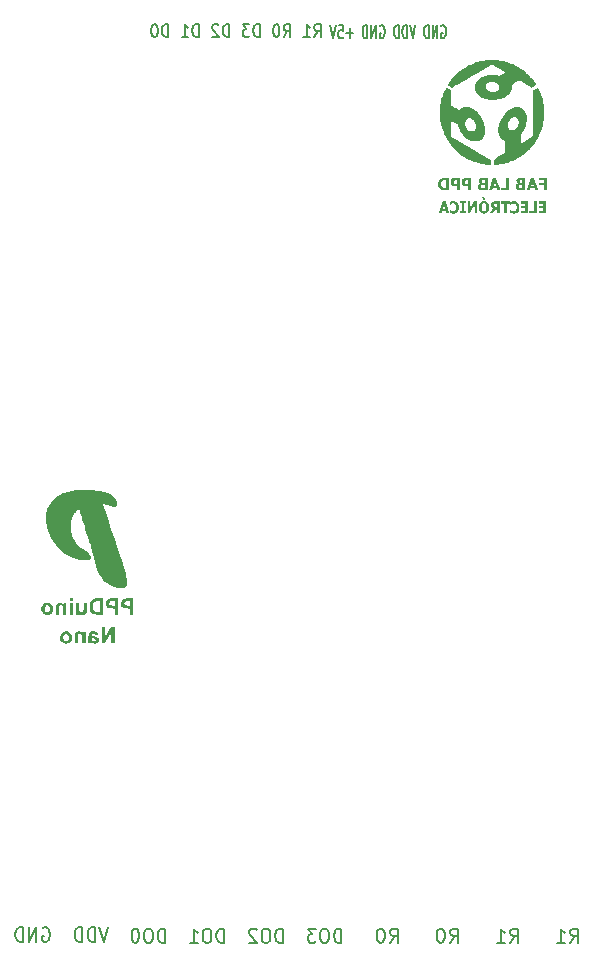
<source format=gbr>
%TF.GenerationSoftware,KiCad,Pcbnew,8.0.6*%
%TF.CreationDate,2025-08-05T17:27:04-05:00*%
%TF.ProjectId,PPDuino Nano Salidas,50504475-696e-46f2-904e-616e6f205361,rev?*%
%TF.SameCoordinates,Original*%
%TF.FileFunction,Legend,Bot*%
%TF.FilePolarity,Positive*%
%FSLAX46Y46*%
G04 Gerber Fmt 4.6, Leading zero omitted, Abs format (unit mm)*
G04 Created by KiCad (PCBNEW 8.0.6) date 2025-08-05 17:27:04*
%MOMM*%
%LPD*%
G01*
G04 APERTURE LIST*
%ADD10C,0.190000*%
%ADD11C,0.200000*%
%ADD12C,0.140000*%
%ADD13C,0.000000*%
G04 APERTURE END LIST*
D10*
X144805952Y-49555500D02*
X145122619Y-49031691D01*
X145348809Y-49555500D02*
X145348809Y-48455500D01*
X145348809Y-48455500D02*
X144986904Y-48455500D01*
X144986904Y-48455500D02*
X144896428Y-48507881D01*
X144896428Y-48507881D02*
X144851190Y-48560262D01*
X144851190Y-48560262D02*
X144805952Y-48665024D01*
X144805952Y-48665024D02*
X144805952Y-48822167D01*
X144805952Y-48822167D02*
X144851190Y-48926929D01*
X144851190Y-48926929D02*
X144896428Y-48979310D01*
X144896428Y-48979310D02*
X144986904Y-49031691D01*
X144986904Y-49031691D02*
X145348809Y-49031691D01*
X143901190Y-49555500D02*
X144444047Y-49555500D01*
X144172619Y-49555500D02*
X144172619Y-48455500D01*
X144172619Y-48455500D02*
X144263095Y-48612643D01*
X144263095Y-48612643D02*
X144353571Y-48717405D01*
X144353571Y-48717405D02*
X144444047Y-48769786D01*
X142227380Y-49555500D02*
X142544047Y-49031691D01*
X142770237Y-49555500D02*
X142770237Y-48455500D01*
X142770237Y-48455500D02*
X142408332Y-48455500D01*
X142408332Y-48455500D02*
X142317856Y-48507881D01*
X142317856Y-48507881D02*
X142272618Y-48560262D01*
X142272618Y-48560262D02*
X142227380Y-48665024D01*
X142227380Y-48665024D02*
X142227380Y-48822167D01*
X142227380Y-48822167D02*
X142272618Y-48926929D01*
X142272618Y-48926929D02*
X142317856Y-48979310D01*
X142317856Y-48979310D02*
X142408332Y-49031691D01*
X142408332Y-49031691D02*
X142770237Y-49031691D01*
X141639285Y-48455500D02*
X141548808Y-48455500D01*
X141548808Y-48455500D02*
X141458332Y-48507881D01*
X141458332Y-48507881D02*
X141413094Y-48560262D01*
X141413094Y-48560262D02*
X141367856Y-48665024D01*
X141367856Y-48665024D02*
X141322618Y-48874548D01*
X141322618Y-48874548D02*
X141322618Y-49136453D01*
X141322618Y-49136453D02*
X141367856Y-49345977D01*
X141367856Y-49345977D02*
X141413094Y-49450739D01*
X141413094Y-49450739D02*
X141458332Y-49503120D01*
X141458332Y-49503120D02*
X141548808Y-49555500D01*
X141548808Y-49555500D02*
X141639285Y-49555500D01*
X141639285Y-49555500D02*
X141729761Y-49503120D01*
X141729761Y-49503120D02*
X141774999Y-49450739D01*
X141774999Y-49450739D02*
X141820237Y-49345977D01*
X141820237Y-49345977D02*
X141865475Y-49136453D01*
X141865475Y-49136453D02*
X141865475Y-48874548D01*
X141865475Y-48874548D02*
X141820237Y-48665024D01*
X141820237Y-48665024D02*
X141774999Y-48560262D01*
X141774999Y-48560262D02*
X141729761Y-48507881D01*
X141729761Y-48507881D02*
X141639285Y-48455500D01*
X140191665Y-49555500D02*
X140191665Y-48455500D01*
X140191665Y-48455500D02*
X139965475Y-48455500D01*
X139965475Y-48455500D02*
X139829760Y-48507881D01*
X139829760Y-48507881D02*
X139739284Y-48612643D01*
X139739284Y-48612643D02*
X139694046Y-48717405D01*
X139694046Y-48717405D02*
X139648808Y-48926929D01*
X139648808Y-48926929D02*
X139648808Y-49084072D01*
X139648808Y-49084072D02*
X139694046Y-49293596D01*
X139694046Y-49293596D02*
X139739284Y-49398358D01*
X139739284Y-49398358D02*
X139829760Y-49503120D01*
X139829760Y-49503120D02*
X139965475Y-49555500D01*
X139965475Y-49555500D02*
X140191665Y-49555500D01*
X139332141Y-48455500D02*
X138744046Y-48455500D01*
X138744046Y-48455500D02*
X139060713Y-48874548D01*
X139060713Y-48874548D02*
X138924998Y-48874548D01*
X138924998Y-48874548D02*
X138834522Y-48926929D01*
X138834522Y-48926929D02*
X138789284Y-48979310D01*
X138789284Y-48979310D02*
X138744046Y-49084072D01*
X138744046Y-49084072D02*
X138744046Y-49345977D01*
X138744046Y-49345977D02*
X138789284Y-49450739D01*
X138789284Y-49450739D02*
X138834522Y-49503120D01*
X138834522Y-49503120D02*
X138924998Y-49555500D01*
X138924998Y-49555500D02*
X139196427Y-49555500D01*
X139196427Y-49555500D02*
X139286903Y-49503120D01*
X139286903Y-49503120D02*
X139332141Y-49450739D01*
X137613093Y-49555500D02*
X137613093Y-48455500D01*
X137613093Y-48455500D02*
X137386903Y-48455500D01*
X137386903Y-48455500D02*
X137251188Y-48507881D01*
X137251188Y-48507881D02*
X137160712Y-48612643D01*
X137160712Y-48612643D02*
X137115474Y-48717405D01*
X137115474Y-48717405D02*
X137070236Y-48926929D01*
X137070236Y-48926929D02*
X137070236Y-49084072D01*
X137070236Y-49084072D02*
X137115474Y-49293596D01*
X137115474Y-49293596D02*
X137160712Y-49398358D01*
X137160712Y-49398358D02*
X137251188Y-49503120D01*
X137251188Y-49503120D02*
X137386903Y-49555500D01*
X137386903Y-49555500D02*
X137613093Y-49555500D01*
X136708331Y-48560262D02*
X136663093Y-48507881D01*
X136663093Y-48507881D02*
X136572617Y-48455500D01*
X136572617Y-48455500D02*
X136346426Y-48455500D01*
X136346426Y-48455500D02*
X136255950Y-48507881D01*
X136255950Y-48507881D02*
X136210712Y-48560262D01*
X136210712Y-48560262D02*
X136165474Y-48665024D01*
X136165474Y-48665024D02*
X136165474Y-48769786D01*
X136165474Y-48769786D02*
X136210712Y-48926929D01*
X136210712Y-48926929D02*
X136753569Y-49555500D01*
X136753569Y-49555500D02*
X136165474Y-49555500D01*
X135034521Y-49555500D02*
X135034521Y-48455500D01*
X135034521Y-48455500D02*
X134808331Y-48455500D01*
X134808331Y-48455500D02*
X134672616Y-48507881D01*
X134672616Y-48507881D02*
X134582140Y-48612643D01*
X134582140Y-48612643D02*
X134536902Y-48717405D01*
X134536902Y-48717405D02*
X134491664Y-48926929D01*
X134491664Y-48926929D02*
X134491664Y-49084072D01*
X134491664Y-49084072D02*
X134536902Y-49293596D01*
X134536902Y-49293596D02*
X134582140Y-49398358D01*
X134582140Y-49398358D02*
X134672616Y-49503120D01*
X134672616Y-49503120D02*
X134808331Y-49555500D01*
X134808331Y-49555500D02*
X135034521Y-49555500D01*
X133586902Y-49555500D02*
X134129759Y-49555500D01*
X133858331Y-49555500D02*
X133858331Y-48455500D01*
X133858331Y-48455500D02*
X133948807Y-48612643D01*
X133948807Y-48612643D02*
X134039283Y-48717405D01*
X134039283Y-48717405D02*
X134129759Y-48769786D01*
X132455949Y-49555500D02*
X132455949Y-48455500D01*
X132455949Y-48455500D02*
X132229759Y-48455500D01*
X132229759Y-48455500D02*
X132094044Y-48507881D01*
X132094044Y-48507881D02*
X132003568Y-48612643D01*
X132003568Y-48612643D02*
X131958330Y-48717405D01*
X131958330Y-48717405D02*
X131913092Y-48926929D01*
X131913092Y-48926929D02*
X131913092Y-49084072D01*
X131913092Y-49084072D02*
X131958330Y-49293596D01*
X131958330Y-49293596D02*
X132003568Y-49398358D01*
X132003568Y-49398358D02*
X132094044Y-49503120D01*
X132094044Y-49503120D02*
X132229759Y-49555500D01*
X132229759Y-49555500D02*
X132455949Y-49555500D01*
X131324997Y-48455500D02*
X131234520Y-48455500D01*
X131234520Y-48455500D02*
X131144044Y-48507881D01*
X131144044Y-48507881D02*
X131098806Y-48560262D01*
X131098806Y-48560262D02*
X131053568Y-48665024D01*
X131053568Y-48665024D02*
X131008330Y-48874548D01*
X131008330Y-48874548D02*
X131008330Y-49136453D01*
X131008330Y-49136453D02*
X131053568Y-49345977D01*
X131053568Y-49345977D02*
X131098806Y-49450739D01*
X131098806Y-49450739D02*
X131144044Y-49503120D01*
X131144044Y-49503120D02*
X131234520Y-49555500D01*
X131234520Y-49555500D02*
X131324997Y-49555500D01*
X131324997Y-49555500D02*
X131415473Y-49503120D01*
X131415473Y-49503120D02*
X131460711Y-49450739D01*
X131460711Y-49450739D02*
X131505949Y-49345977D01*
X131505949Y-49345977D02*
X131551187Y-49136453D01*
X131551187Y-49136453D02*
X131551187Y-48874548D01*
X131551187Y-48874548D02*
X131505949Y-48665024D01*
X131505949Y-48665024D02*
X131460711Y-48560262D01*
X131460711Y-48560262D02*
X131415473Y-48507881D01*
X131415473Y-48507881D02*
X131324997Y-48455500D01*
D11*
X166496993Y-126242742D02*
X166896993Y-125671314D01*
X167182707Y-126242742D02*
X167182707Y-125042742D01*
X167182707Y-125042742D02*
X166725564Y-125042742D01*
X166725564Y-125042742D02*
X166611279Y-125099885D01*
X166611279Y-125099885D02*
X166554136Y-125157028D01*
X166554136Y-125157028D02*
X166496993Y-125271314D01*
X166496993Y-125271314D02*
X166496993Y-125442742D01*
X166496993Y-125442742D02*
X166554136Y-125557028D01*
X166554136Y-125557028D02*
X166611279Y-125614171D01*
X166611279Y-125614171D02*
X166725564Y-125671314D01*
X166725564Y-125671314D02*
X167182707Y-125671314D01*
X165354136Y-126242742D02*
X166039850Y-126242742D01*
X165696993Y-126242742D02*
X165696993Y-125042742D01*
X165696993Y-125042742D02*
X165811279Y-125214171D01*
X165811279Y-125214171D02*
X165925564Y-125328457D01*
X165925564Y-125328457D02*
X166039850Y-125385600D01*
X161411278Y-126242742D02*
X161811278Y-125671314D01*
X162096992Y-126242742D02*
X162096992Y-125042742D01*
X162096992Y-125042742D02*
X161639849Y-125042742D01*
X161639849Y-125042742D02*
X161525564Y-125099885D01*
X161525564Y-125099885D02*
X161468421Y-125157028D01*
X161468421Y-125157028D02*
X161411278Y-125271314D01*
X161411278Y-125271314D02*
X161411278Y-125442742D01*
X161411278Y-125442742D02*
X161468421Y-125557028D01*
X161468421Y-125557028D02*
X161525564Y-125614171D01*
X161525564Y-125614171D02*
X161639849Y-125671314D01*
X161639849Y-125671314D02*
X162096992Y-125671314D01*
X160268421Y-126242742D02*
X160954135Y-126242742D01*
X160611278Y-126242742D02*
X160611278Y-125042742D01*
X160611278Y-125042742D02*
X160725564Y-125214171D01*
X160725564Y-125214171D02*
X160839849Y-125328457D01*
X160839849Y-125328457D02*
X160954135Y-125385600D01*
X156325563Y-126242742D02*
X156725563Y-125671314D01*
X157011277Y-126242742D02*
X157011277Y-125042742D01*
X157011277Y-125042742D02*
X156554134Y-125042742D01*
X156554134Y-125042742D02*
X156439849Y-125099885D01*
X156439849Y-125099885D02*
X156382706Y-125157028D01*
X156382706Y-125157028D02*
X156325563Y-125271314D01*
X156325563Y-125271314D02*
X156325563Y-125442742D01*
X156325563Y-125442742D02*
X156382706Y-125557028D01*
X156382706Y-125557028D02*
X156439849Y-125614171D01*
X156439849Y-125614171D02*
X156554134Y-125671314D01*
X156554134Y-125671314D02*
X157011277Y-125671314D01*
X155582706Y-125042742D02*
X155468420Y-125042742D01*
X155468420Y-125042742D02*
X155354134Y-125099885D01*
X155354134Y-125099885D02*
X155296992Y-125157028D01*
X155296992Y-125157028D02*
X155239849Y-125271314D01*
X155239849Y-125271314D02*
X155182706Y-125499885D01*
X155182706Y-125499885D02*
X155182706Y-125785600D01*
X155182706Y-125785600D02*
X155239849Y-126014171D01*
X155239849Y-126014171D02*
X155296992Y-126128457D01*
X155296992Y-126128457D02*
X155354134Y-126185600D01*
X155354134Y-126185600D02*
X155468420Y-126242742D01*
X155468420Y-126242742D02*
X155582706Y-126242742D01*
X155582706Y-126242742D02*
X155696992Y-126185600D01*
X155696992Y-126185600D02*
X155754134Y-126128457D01*
X155754134Y-126128457D02*
X155811277Y-126014171D01*
X155811277Y-126014171D02*
X155868420Y-125785600D01*
X155868420Y-125785600D02*
X155868420Y-125499885D01*
X155868420Y-125499885D02*
X155811277Y-125271314D01*
X155811277Y-125271314D02*
X155754134Y-125157028D01*
X155754134Y-125157028D02*
X155696992Y-125099885D01*
X155696992Y-125099885D02*
X155582706Y-125042742D01*
X151239848Y-126242742D02*
X151639848Y-125671314D01*
X151925562Y-126242742D02*
X151925562Y-125042742D01*
X151925562Y-125042742D02*
X151468419Y-125042742D01*
X151468419Y-125042742D02*
X151354134Y-125099885D01*
X151354134Y-125099885D02*
X151296991Y-125157028D01*
X151296991Y-125157028D02*
X151239848Y-125271314D01*
X151239848Y-125271314D02*
X151239848Y-125442742D01*
X151239848Y-125442742D02*
X151296991Y-125557028D01*
X151296991Y-125557028D02*
X151354134Y-125614171D01*
X151354134Y-125614171D02*
X151468419Y-125671314D01*
X151468419Y-125671314D02*
X151925562Y-125671314D01*
X150496991Y-125042742D02*
X150382705Y-125042742D01*
X150382705Y-125042742D02*
X150268419Y-125099885D01*
X150268419Y-125099885D02*
X150211277Y-125157028D01*
X150211277Y-125157028D02*
X150154134Y-125271314D01*
X150154134Y-125271314D02*
X150096991Y-125499885D01*
X150096991Y-125499885D02*
X150096991Y-125785600D01*
X150096991Y-125785600D02*
X150154134Y-126014171D01*
X150154134Y-126014171D02*
X150211277Y-126128457D01*
X150211277Y-126128457D02*
X150268419Y-126185600D01*
X150268419Y-126185600D02*
X150382705Y-126242742D01*
X150382705Y-126242742D02*
X150496991Y-126242742D01*
X150496991Y-126242742D02*
X150611277Y-126185600D01*
X150611277Y-126185600D02*
X150668419Y-126128457D01*
X150668419Y-126128457D02*
X150725562Y-126014171D01*
X150725562Y-126014171D02*
X150782705Y-125785600D01*
X150782705Y-125785600D02*
X150782705Y-125499885D01*
X150782705Y-125499885D02*
X150725562Y-125271314D01*
X150725562Y-125271314D02*
X150668419Y-125157028D01*
X150668419Y-125157028D02*
X150611277Y-125099885D01*
X150611277Y-125099885D02*
X150496991Y-125042742D01*
X127363660Y-124942742D02*
X126996993Y-126142742D01*
X126996993Y-126142742D02*
X126630326Y-124942742D01*
X126263660Y-126142742D02*
X126263660Y-124942742D01*
X126263660Y-124942742D02*
X126001755Y-124942742D01*
X126001755Y-124942742D02*
X125844612Y-124999885D01*
X125844612Y-124999885D02*
X125739850Y-125114171D01*
X125739850Y-125114171D02*
X125687469Y-125228457D01*
X125687469Y-125228457D02*
X125635088Y-125457028D01*
X125635088Y-125457028D02*
X125635088Y-125628457D01*
X125635088Y-125628457D02*
X125687469Y-125857028D01*
X125687469Y-125857028D02*
X125739850Y-125971314D01*
X125739850Y-125971314D02*
X125844612Y-126085600D01*
X125844612Y-126085600D02*
X126001755Y-126142742D01*
X126001755Y-126142742D02*
X126263660Y-126142742D01*
X125163660Y-126142742D02*
X125163660Y-124942742D01*
X125163660Y-124942742D02*
X124901755Y-124942742D01*
X124901755Y-124942742D02*
X124744612Y-124999885D01*
X124744612Y-124999885D02*
X124639850Y-125114171D01*
X124639850Y-125114171D02*
X124587469Y-125228457D01*
X124587469Y-125228457D02*
X124535088Y-125457028D01*
X124535088Y-125457028D02*
X124535088Y-125628457D01*
X124535088Y-125628457D02*
X124587469Y-125857028D01*
X124587469Y-125857028D02*
X124639850Y-125971314D01*
X124639850Y-125971314D02*
X124744612Y-126085600D01*
X124744612Y-126085600D02*
X124901755Y-126142742D01*
X124901755Y-126142742D02*
X125163660Y-126142742D01*
X121811279Y-124999885D02*
X121916041Y-124942742D01*
X121916041Y-124942742D02*
X122073184Y-124942742D01*
X122073184Y-124942742D02*
X122230327Y-124999885D01*
X122230327Y-124999885D02*
X122335089Y-125114171D01*
X122335089Y-125114171D02*
X122387470Y-125228457D01*
X122387470Y-125228457D02*
X122439851Y-125457028D01*
X122439851Y-125457028D02*
X122439851Y-125628457D01*
X122439851Y-125628457D02*
X122387470Y-125857028D01*
X122387470Y-125857028D02*
X122335089Y-125971314D01*
X122335089Y-125971314D02*
X122230327Y-126085600D01*
X122230327Y-126085600D02*
X122073184Y-126142742D01*
X122073184Y-126142742D02*
X121968422Y-126142742D01*
X121968422Y-126142742D02*
X121811279Y-126085600D01*
X121811279Y-126085600D02*
X121758898Y-126028457D01*
X121758898Y-126028457D02*
X121758898Y-125628457D01*
X121758898Y-125628457D02*
X121968422Y-125628457D01*
X121287470Y-126142742D02*
X121287470Y-124942742D01*
X121287470Y-124942742D02*
X120658898Y-126142742D01*
X120658898Y-126142742D02*
X120658898Y-124942742D01*
X120135089Y-126142742D02*
X120135089Y-124942742D01*
X120135089Y-124942742D02*
X119873184Y-124942742D01*
X119873184Y-124942742D02*
X119716041Y-124999885D01*
X119716041Y-124999885D02*
X119611279Y-125114171D01*
X119611279Y-125114171D02*
X119558898Y-125228457D01*
X119558898Y-125228457D02*
X119506517Y-125457028D01*
X119506517Y-125457028D02*
X119506517Y-125628457D01*
X119506517Y-125628457D02*
X119558898Y-125857028D01*
X119558898Y-125857028D02*
X119611279Y-125971314D01*
X119611279Y-125971314D02*
X119716041Y-126085600D01*
X119716041Y-126085600D02*
X119873184Y-126142742D01*
X119873184Y-126142742D02*
X120135089Y-126142742D01*
X147106517Y-126242742D02*
X147106517Y-125042742D01*
X147106517Y-125042742D02*
X146844612Y-125042742D01*
X146844612Y-125042742D02*
X146687469Y-125099885D01*
X146687469Y-125099885D02*
X146582707Y-125214171D01*
X146582707Y-125214171D02*
X146530326Y-125328457D01*
X146530326Y-125328457D02*
X146477945Y-125557028D01*
X146477945Y-125557028D02*
X146477945Y-125728457D01*
X146477945Y-125728457D02*
X146530326Y-125957028D01*
X146530326Y-125957028D02*
X146582707Y-126071314D01*
X146582707Y-126071314D02*
X146687469Y-126185600D01*
X146687469Y-126185600D02*
X146844612Y-126242742D01*
X146844612Y-126242742D02*
X147106517Y-126242742D01*
X145796993Y-125042742D02*
X145587469Y-125042742D01*
X145587469Y-125042742D02*
X145482707Y-125099885D01*
X145482707Y-125099885D02*
X145377945Y-125214171D01*
X145377945Y-125214171D02*
X145325564Y-125442742D01*
X145325564Y-125442742D02*
X145325564Y-125842742D01*
X145325564Y-125842742D02*
X145377945Y-126071314D01*
X145377945Y-126071314D02*
X145482707Y-126185600D01*
X145482707Y-126185600D02*
X145587469Y-126242742D01*
X145587469Y-126242742D02*
X145796993Y-126242742D01*
X145796993Y-126242742D02*
X145901755Y-126185600D01*
X145901755Y-126185600D02*
X146006517Y-126071314D01*
X146006517Y-126071314D02*
X146058898Y-125842742D01*
X146058898Y-125842742D02*
X146058898Y-125442742D01*
X146058898Y-125442742D02*
X146006517Y-125214171D01*
X146006517Y-125214171D02*
X145901755Y-125099885D01*
X145901755Y-125099885D02*
X145796993Y-125042742D01*
X144958898Y-125042742D02*
X144277945Y-125042742D01*
X144277945Y-125042742D02*
X144644612Y-125499885D01*
X144644612Y-125499885D02*
X144487469Y-125499885D01*
X144487469Y-125499885D02*
X144382707Y-125557028D01*
X144382707Y-125557028D02*
X144330326Y-125614171D01*
X144330326Y-125614171D02*
X144277945Y-125728457D01*
X144277945Y-125728457D02*
X144277945Y-126014171D01*
X144277945Y-126014171D02*
X144330326Y-126128457D01*
X144330326Y-126128457D02*
X144382707Y-126185600D01*
X144382707Y-126185600D02*
X144487469Y-126242742D01*
X144487469Y-126242742D02*
X144801755Y-126242742D01*
X144801755Y-126242742D02*
X144906517Y-126185600D01*
X144906517Y-126185600D02*
X144958898Y-126128457D01*
X142130327Y-126242742D02*
X142130327Y-125042742D01*
X142130327Y-125042742D02*
X141868422Y-125042742D01*
X141868422Y-125042742D02*
X141711279Y-125099885D01*
X141711279Y-125099885D02*
X141606517Y-125214171D01*
X141606517Y-125214171D02*
X141554136Y-125328457D01*
X141554136Y-125328457D02*
X141501755Y-125557028D01*
X141501755Y-125557028D02*
X141501755Y-125728457D01*
X141501755Y-125728457D02*
X141554136Y-125957028D01*
X141554136Y-125957028D02*
X141606517Y-126071314D01*
X141606517Y-126071314D02*
X141711279Y-126185600D01*
X141711279Y-126185600D02*
X141868422Y-126242742D01*
X141868422Y-126242742D02*
X142130327Y-126242742D01*
X140820803Y-125042742D02*
X140611279Y-125042742D01*
X140611279Y-125042742D02*
X140506517Y-125099885D01*
X140506517Y-125099885D02*
X140401755Y-125214171D01*
X140401755Y-125214171D02*
X140349374Y-125442742D01*
X140349374Y-125442742D02*
X140349374Y-125842742D01*
X140349374Y-125842742D02*
X140401755Y-126071314D01*
X140401755Y-126071314D02*
X140506517Y-126185600D01*
X140506517Y-126185600D02*
X140611279Y-126242742D01*
X140611279Y-126242742D02*
X140820803Y-126242742D01*
X140820803Y-126242742D02*
X140925565Y-126185600D01*
X140925565Y-126185600D02*
X141030327Y-126071314D01*
X141030327Y-126071314D02*
X141082708Y-125842742D01*
X141082708Y-125842742D02*
X141082708Y-125442742D01*
X141082708Y-125442742D02*
X141030327Y-125214171D01*
X141030327Y-125214171D02*
X140925565Y-125099885D01*
X140925565Y-125099885D02*
X140820803Y-125042742D01*
X139930327Y-125157028D02*
X139877946Y-125099885D01*
X139877946Y-125099885D02*
X139773184Y-125042742D01*
X139773184Y-125042742D02*
X139511279Y-125042742D01*
X139511279Y-125042742D02*
X139406517Y-125099885D01*
X139406517Y-125099885D02*
X139354136Y-125157028D01*
X139354136Y-125157028D02*
X139301755Y-125271314D01*
X139301755Y-125271314D02*
X139301755Y-125385600D01*
X139301755Y-125385600D02*
X139354136Y-125557028D01*
X139354136Y-125557028D02*
X139982708Y-126242742D01*
X139982708Y-126242742D02*
X139301755Y-126242742D01*
X137154137Y-126242742D02*
X137154137Y-125042742D01*
X137154137Y-125042742D02*
X136892232Y-125042742D01*
X136892232Y-125042742D02*
X136735089Y-125099885D01*
X136735089Y-125099885D02*
X136630327Y-125214171D01*
X136630327Y-125214171D02*
X136577946Y-125328457D01*
X136577946Y-125328457D02*
X136525565Y-125557028D01*
X136525565Y-125557028D02*
X136525565Y-125728457D01*
X136525565Y-125728457D02*
X136577946Y-125957028D01*
X136577946Y-125957028D02*
X136630327Y-126071314D01*
X136630327Y-126071314D02*
X136735089Y-126185600D01*
X136735089Y-126185600D02*
X136892232Y-126242742D01*
X136892232Y-126242742D02*
X137154137Y-126242742D01*
X135844613Y-125042742D02*
X135635089Y-125042742D01*
X135635089Y-125042742D02*
X135530327Y-125099885D01*
X135530327Y-125099885D02*
X135425565Y-125214171D01*
X135425565Y-125214171D02*
X135373184Y-125442742D01*
X135373184Y-125442742D02*
X135373184Y-125842742D01*
X135373184Y-125842742D02*
X135425565Y-126071314D01*
X135425565Y-126071314D02*
X135530327Y-126185600D01*
X135530327Y-126185600D02*
X135635089Y-126242742D01*
X135635089Y-126242742D02*
X135844613Y-126242742D01*
X135844613Y-126242742D02*
X135949375Y-126185600D01*
X135949375Y-126185600D02*
X136054137Y-126071314D01*
X136054137Y-126071314D02*
X136106518Y-125842742D01*
X136106518Y-125842742D02*
X136106518Y-125442742D01*
X136106518Y-125442742D02*
X136054137Y-125214171D01*
X136054137Y-125214171D02*
X135949375Y-125099885D01*
X135949375Y-125099885D02*
X135844613Y-125042742D01*
X134325565Y-126242742D02*
X134954137Y-126242742D01*
X134639851Y-126242742D02*
X134639851Y-125042742D01*
X134639851Y-125042742D02*
X134744613Y-125214171D01*
X134744613Y-125214171D02*
X134849375Y-125328457D01*
X134849375Y-125328457D02*
X134954137Y-125385600D01*
X132177947Y-126242742D02*
X132177947Y-125042742D01*
X132177947Y-125042742D02*
X131916042Y-125042742D01*
X131916042Y-125042742D02*
X131758899Y-125099885D01*
X131758899Y-125099885D02*
X131654137Y-125214171D01*
X131654137Y-125214171D02*
X131601756Y-125328457D01*
X131601756Y-125328457D02*
X131549375Y-125557028D01*
X131549375Y-125557028D02*
X131549375Y-125728457D01*
X131549375Y-125728457D02*
X131601756Y-125957028D01*
X131601756Y-125957028D02*
X131654137Y-126071314D01*
X131654137Y-126071314D02*
X131758899Y-126185600D01*
X131758899Y-126185600D02*
X131916042Y-126242742D01*
X131916042Y-126242742D02*
X132177947Y-126242742D01*
X130868423Y-125042742D02*
X130658899Y-125042742D01*
X130658899Y-125042742D02*
X130554137Y-125099885D01*
X130554137Y-125099885D02*
X130449375Y-125214171D01*
X130449375Y-125214171D02*
X130396994Y-125442742D01*
X130396994Y-125442742D02*
X130396994Y-125842742D01*
X130396994Y-125842742D02*
X130449375Y-126071314D01*
X130449375Y-126071314D02*
X130554137Y-126185600D01*
X130554137Y-126185600D02*
X130658899Y-126242742D01*
X130658899Y-126242742D02*
X130868423Y-126242742D01*
X130868423Y-126242742D02*
X130973185Y-126185600D01*
X130973185Y-126185600D02*
X131077947Y-126071314D01*
X131077947Y-126071314D02*
X131130328Y-125842742D01*
X131130328Y-125842742D02*
X131130328Y-125442742D01*
X131130328Y-125442742D02*
X131077947Y-125214171D01*
X131077947Y-125214171D02*
X130973185Y-125099885D01*
X130973185Y-125099885D02*
X130868423Y-125042742D01*
X129716042Y-125042742D02*
X129611280Y-125042742D01*
X129611280Y-125042742D02*
X129506518Y-125099885D01*
X129506518Y-125099885D02*
X129454137Y-125157028D01*
X129454137Y-125157028D02*
X129401756Y-125271314D01*
X129401756Y-125271314D02*
X129349375Y-125499885D01*
X129349375Y-125499885D02*
X129349375Y-125785600D01*
X129349375Y-125785600D02*
X129401756Y-126014171D01*
X129401756Y-126014171D02*
X129454137Y-126128457D01*
X129454137Y-126128457D02*
X129506518Y-126185600D01*
X129506518Y-126185600D02*
X129611280Y-126242742D01*
X129611280Y-126242742D02*
X129716042Y-126242742D01*
X129716042Y-126242742D02*
X129820804Y-126185600D01*
X129820804Y-126185600D02*
X129873185Y-126128457D01*
X129873185Y-126128457D02*
X129925566Y-126014171D01*
X129925566Y-126014171D02*
X129977947Y-125785600D01*
X129977947Y-125785600D02*
X129977947Y-125499885D01*
X129977947Y-125499885D02*
X129925566Y-125271314D01*
X129925566Y-125271314D02*
X129873185Y-125157028D01*
X129873185Y-125157028D02*
X129820804Y-125099885D01*
X129820804Y-125099885D02*
X129716042Y-125042742D01*
D12*
X155574561Y-48610481D02*
X155641228Y-48558100D01*
X155641228Y-48558100D02*
X155741228Y-48558100D01*
X155741228Y-48558100D02*
X155841228Y-48610481D01*
X155841228Y-48610481D02*
X155907895Y-48715243D01*
X155907895Y-48715243D02*
X155941228Y-48820005D01*
X155941228Y-48820005D02*
X155974561Y-49029529D01*
X155974561Y-49029529D02*
X155974561Y-49186672D01*
X155974561Y-49186672D02*
X155941228Y-49396196D01*
X155941228Y-49396196D02*
X155907895Y-49500958D01*
X155907895Y-49500958D02*
X155841228Y-49605720D01*
X155841228Y-49605720D02*
X155741228Y-49658100D01*
X155741228Y-49658100D02*
X155674561Y-49658100D01*
X155674561Y-49658100D02*
X155574561Y-49605720D01*
X155574561Y-49605720D02*
X155541228Y-49553339D01*
X155541228Y-49553339D02*
X155541228Y-49186672D01*
X155541228Y-49186672D02*
X155674561Y-49186672D01*
X155241228Y-49658100D02*
X155241228Y-48558100D01*
X155241228Y-48558100D02*
X154841228Y-49658100D01*
X154841228Y-49658100D02*
X154841228Y-48558100D01*
X154507895Y-49658100D02*
X154507895Y-48558100D01*
X154507895Y-48558100D02*
X154341228Y-48558100D01*
X154341228Y-48558100D02*
X154241228Y-48610481D01*
X154241228Y-48610481D02*
X154174562Y-48715243D01*
X154174562Y-48715243D02*
X154141228Y-48820005D01*
X154141228Y-48820005D02*
X154107895Y-49029529D01*
X154107895Y-49029529D02*
X154107895Y-49186672D01*
X154107895Y-49186672D02*
X154141228Y-49396196D01*
X154141228Y-49396196D02*
X154174562Y-49500958D01*
X154174562Y-49500958D02*
X154241228Y-49605720D01*
X154241228Y-49605720D02*
X154341228Y-49658100D01*
X154341228Y-49658100D02*
X154507895Y-49658100D01*
X153374562Y-48558100D02*
X153141229Y-49658100D01*
X153141229Y-49658100D02*
X152907895Y-48558100D01*
X152674562Y-49658100D02*
X152674562Y-48558100D01*
X152674562Y-48558100D02*
X152507895Y-48558100D01*
X152507895Y-48558100D02*
X152407895Y-48610481D01*
X152407895Y-48610481D02*
X152341229Y-48715243D01*
X152341229Y-48715243D02*
X152307895Y-48820005D01*
X152307895Y-48820005D02*
X152274562Y-49029529D01*
X152274562Y-49029529D02*
X152274562Y-49186672D01*
X152274562Y-49186672D02*
X152307895Y-49396196D01*
X152307895Y-49396196D02*
X152341229Y-49500958D01*
X152341229Y-49500958D02*
X152407895Y-49605720D01*
X152407895Y-49605720D02*
X152507895Y-49658100D01*
X152507895Y-49658100D02*
X152674562Y-49658100D01*
X151974562Y-49658100D02*
X151974562Y-48558100D01*
X151974562Y-48558100D02*
X151807895Y-48558100D01*
X151807895Y-48558100D02*
X151707895Y-48610481D01*
X151707895Y-48610481D02*
X151641229Y-48715243D01*
X151641229Y-48715243D02*
X151607895Y-48820005D01*
X151607895Y-48820005D02*
X151574562Y-49029529D01*
X151574562Y-49029529D02*
X151574562Y-49186672D01*
X151574562Y-49186672D02*
X151607895Y-49396196D01*
X151607895Y-49396196D02*
X151641229Y-49500958D01*
X151641229Y-49500958D02*
X151707895Y-49605720D01*
X151707895Y-49605720D02*
X151807895Y-49658100D01*
X151807895Y-49658100D02*
X151974562Y-49658100D01*
X150374562Y-48610481D02*
X150441229Y-48558100D01*
X150441229Y-48558100D02*
X150541229Y-48558100D01*
X150541229Y-48558100D02*
X150641229Y-48610481D01*
X150641229Y-48610481D02*
X150707896Y-48715243D01*
X150707896Y-48715243D02*
X150741229Y-48820005D01*
X150741229Y-48820005D02*
X150774562Y-49029529D01*
X150774562Y-49029529D02*
X150774562Y-49186672D01*
X150774562Y-49186672D02*
X150741229Y-49396196D01*
X150741229Y-49396196D02*
X150707896Y-49500958D01*
X150707896Y-49500958D02*
X150641229Y-49605720D01*
X150641229Y-49605720D02*
X150541229Y-49658100D01*
X150541229Y-49658100D02*
X150474562Y-49658100D01*
X150474562Y-49658100D02*
X150374562Y-49605720D01*
X150374562Y-49605720D02*
X150341229Y-49553339D01*
X150341229Y-49553339D02*
X150341229Y-49186672D01*
X150341229Y-49186672D02*
X150474562Y-49186672D01*
X150041229Y-49658100D02*
X150041229Y-48558100D01*
X150041229Y-48558100D02*
X149641229Y-49658100D01*
X149641229Y-49658100D02*
X149641229Y-48558100D01*
X149307896Y-49658100D02*
X149307896Y-48558100D01*
X149307896Y-48558100D02*
X149141229Y-48558100D01*
X149141229Y-48558100D02*
X149041229Y-48610481D01*
X149041229Y-48610481D02*
X148974563Y-48715243D01*
X148974563Y-48715243D02*
X148941229Y-48820005D01*
X148941229Y-48820005D02*
X148907896Y-49029529D01*
X148907896Y-49029529D02*
X148907896Y-49186672D01*
X148907896Y-49186672D02*
X148941229Y-49396196D01*
X148941229Y-49396196D02*
X148974563Y-49500958D01*
X148974563Y-49500958D02*
X149041229Y-49605720D01*
X149041229Y-49605720D02*
X149141229Y-49658100D01*
X149141229Y-49658100D02*
X149307896Y-49658100D01*
X148074563Y-49239053D02*
X147541230Y-49239053D01*
X147807896Y-49658100D02*
X147807896Y-48820005D01*
X146874563Y-48558100D02*
X147207896Y-48558100D01*
X147207896Y-48558100D02*
X147241229Y-49081910D01*
X147241229Y-49081910D02*
X147207896Y-49029529D01*
X147207896Y-49029529D02*
X147141229Y-48977148D01*
X147141229Y-48977148D02*
X146974563Y-48977148D01*
X146974563Y-48977148D02*
X146907896Y-49029529D01*
X146907896Y-49029529D02*
X146874563Y-49081910D01*
X146874563Y-49081910D02*
X146841229Y-49186672D01*
X146841229Y-49186672D02*
X146841229Y-49448577D01*
X146841229Y-49448577D02*
X146874563Y-49553339D01*
X146874563Y-49553339D02*
X146907896Y-49605720D01*
X146907896Y-49605720D02*
X146974563Y-49658100D01*
X146974563Y-49658100D02*
X147141229Y-49658100D01*
X147141229Y-49658100D02*
X147207896Y-49605720D01*
X147207896Y-49605720D02*
X147241229Y-49553339D01*
X146641229Y-48558100D02*
X146407896Y-49658100D01*
X146407896Y-49658100D02*
X146174562Y-48558100D01*
D13*
%TO.C,G\u002A\u002A\u002A*%
G36*
X163650197Y-63975864D02*
G01*
X163650197Y-64481095D01*
X163340832Y-64481095D01*
X163031467Y-64481095D01*
X163032244Y-64384615D01*
X163033020Y-64288135D01*
X163225244Y-64287377D01*
X163417467Y-64286619D01*
X163417467Y-63878626D01*
X163417467Y-63470633D01*
X163533832Y-63470633D01*
X163650197Y-63470633D01*
X163650197Y-63975864D01*
G37*
G36*
X160993685Y-63471359D02*
G01*
X161383287Y-63472106D01*
X161383287Y-63567850D01*
X161383287Y-63663593D01*
X161247037Y-63664359D01*
X161110787Y-63665125D01*
X161110787Y-64073110D01*
X161110787Y-64481095D01*
X160992949Y-64481095D01*
X160875110Y-64481095D01*
X160875110Y-64073081D01*
X160875110Y-63665066D01*
X160739597Y-63665066D01*
X160604083Y-63665066D01*
X160604083Y-63567839D01*
X160604083Y-63470612D01*
X160993685Y-63471359D01*
G37*
G36*
X158021205Y-63757792D02*
G01*
X158021956Y-64045025D01*
X158168421Y-63758566D01*
X158314886Y-63472106D01*
X158457860Y-63471342D01*
X158600835Y-63470577D01*
X158600835Y-63975836D01*
X158600835Y-64481095D01*
X158494793Y-64481095D01*
X158388751Y-64481095D01*
X158388002Y-64130594D01*
X158387254Y-63780093D01*
X158209331Y-64130628D01*
X158031407Y-64481164D01*
X157919154Y-64480393D01*
X157806901Y-64479622D01*
X157806901Y-63975864D01*
X157806901Y-63472106D01*
X157913677Y-63471333D01*
X158020454Y-63470560D01*
X158021205Y-63757792D01*
G37*
G36*
X164507469Y-62006495D02*
G01*
X164507469Y-62533821D01*
X164377848Y-62533821D01*
X164248226Y-62533821D01*
X164248226Y-62306982D01*
X164248226Y-62080144D01*
X164046428Y-62080144D01*
X163844630Y-62080144D01*
X163844630Y-61979982D01*
X163844630Y-61879819D01*
X164046428Y-61879819D01*
X164248226Y-61879819D01*
X164248226Y-61781130D01*
X164248226Y-61682440D01*
X164030225Y-61682440D01*
X163812225Y-61682440D01*
X163812225Y-61580805D01*
X163812225Y-61479170D01*
X164159847Y-61479170D01*
X164507469Y-61479170D01*
X164507469Y-62006495D01*
G37*
G36*
X157406988Y-63471353D02*
G01*
X157656658Y-63472106D01*
X157657438Y-63559693D01*
X157658218Y-63647280D01*
X157591154Y-63648072D01*
X157524090Y-63648863D01*
X157523340Y-63976601D01*
X157522591Y-64304338D01*
X157590361Y-64304338D01*
X157658131Y-64304338D01*
X157658131Y-64392716D01*
X157658131Y-64481095D01*
X157407725Y-64481095D01*
X157157319Y-64481095D01*
X157157319Y-64392716D01*
X157157319Y-64304338D01*
X157223603Y-64304338D01*
X157289887Y-64304338D01*
X157289887Y-63975864D01*
X157289887Y-63647390D01*
X157223603Y-63647390D01*
X157157319Y-63647390D01*
X157157319Y-63558995D01*
X157157319Y-63470600D01*
X157406988Y-63471353D01*
G37*
G36*
X162922547Y-63975864D02*
G01*
X162922547Y-64481095D01*
X162608803Y-64481095D01*
X162295059Y-64481095D01*
X162295059Y-64383879D01*
X162295059Y-64286662D01*
X162492438Y-64286662D01*
X162689817Y-64286662D01*
X162689817Y-64159986D01*
X162689817Y-64033310D01*
X162507168Y-64033310D01*
X162324519Y-64033310D01*
X162324519Y-63937567D01*
X162324519Y-63841823D01*
X162507168Y-63841823D01*
X162689817Y-63841823D01*
X162689817Y-63753445D01*
X162689817Y-63665066D01*
X162492438Y-63665066D01*
X162295059Y-63665066D01*
X162295059Y-63567850D01*
X162295059Y-63470633D01*
X162608803Y-63470633D01*
X162922547Y-63470633D01*
X162922547Y-63975864D01*
G37*
G36*
X164433821Y-63975864D02*
G01*
X164433821Y-64481122D01*
X164120813Y-64480372D01*
X163807806Y-64479622D01*
X163807806Y-64383879D01*
X163807806Y-64288135D01*
X164005921Y-64287378D01*
X164204036Y-64286621D01*
X164204036Y-64159965D01*
X164204036Y-64033310D01*
X164021387Y-64033310D01*
X163838738Y-64033310D01*
X163838738Y-63937589D01*
X163838738Y-63841868D01*
X164020651Y-63841109D01*
X164202563Y-63840350D01*
X164203344Y-63752729D01*
X164204124Y-63665108D01*
X164005965Y-63664350D01*
X163807806Y-63663593D01*
X163807806Y-63567850D01*
X163807806Y-63472106D01*
X164120813Y-63471356D01*
X164433821Y-63470607D01*
X164433821Y-63975864D01*
G37*
G36*
X159072382Y-63091127D02*
G01*
X159100296Y-63091304D01*
X159202500Y-63092078D01*
X159248059Y-63186349D01*
X159254982Y-63200678D01*
X159266651Y-63224845D01*
X159278100Y-63248575D01*
X159288859Y-63270894D01*
X159298461Y-63290829D01*
X159306434Y-63307407D01*
X159312312Y-63319653D01*
X159331005Y-63358687D01*
X159256666Y-63358687D01*
X159182326Y-63358687D01*
X159091169Y-63228514D01*
X159082233Y-63215742D01*
X159065463Y-63191702D01*
X159049885Y-63169285D01*
X159035815Y-63148948D01*
X159023566Y-63131146D01*
X159013451Y-63116338D01*
X159005785Y-63104978D01*
X159000880Y-63097525D01*
X158999052Y-63094434D01*
X158999028Y-63094251D01*
X159000006Y-63093227D01*
X159003300Y-63092422D01*
X159009421Y-63091820D01*
X159018878Y-63091405D01*
X159032184Y-63091162D01*
X159049848Y-63091075D01*
X159072382Y-63091127D01*
G37*
G36*
X161167496Y-61479875D02*
G01*
X161297855Y-61480643D01*
X161298611Y-62003549D01*
X161298646Y-62029495D01*
X161298710Y-62083894D01*
X161298757Y-62136585D01*
X161298786Y-62187269D01*
X161298800Y-62235646D01*
X161298797Y-62281419D01*
X161298779Y-62324288D01*
X161298745Y-62363954D01*
X161298696Y-62400120D01*
X161298633Y-62432485D01*
X161298555Y-62460751D01*
X161298464Y-62484619D01*
X161298359Y-62503791D01*
X161298241Y-62517967D01*
X161298110Y-62526849D01*
X161297967Y-62530138D01*
X161297763Y-62530344D01*
X161295674Y-62530902D01*
X161291154Y-62531402D01*
X161283935Y-62531845D01*
X161273752Y-62532235D01*
X161260338Y-62532574D01*
X161243428Y-62532866D01*
X161222754Y-62533113D01*
X161198052Y-62533317D01*
X161169054Y-62533483D01*
X161135495Y-62533612D01*
X161097109Y-62533707D01*
X161053629Y-62533772D01*
X161004790Y-62533809D01*
X160950325Y-62533821D01*
X160604083Y-62533821D01*
X160604083Y-62432185D01*
X160604083Y-62330550D01*
X160820610Y-62330550D01*
X161037138Y-62330550D01*
X161037138Y-61904829D01*
X161037138Y-61479108D01*
X161167496Y-61479875D01*
G37*
G36*
X157160265Y-62006526D02*
G01*
X157160265Y-62533882D01*
X157029906Y-62533115D01*
X156899548Y-62532348D01*
X156898788Y-62361085D01*
X156898028Y-62189822D01*
X156798625Y-62188257D01*
X156773796Y-62187828D01*
X156746962Y-62187198D01*
X156724463Y-62186378D01*
X156705428Y-62185266D01*
X156688989Y-62183758D01*
X156674274Y-62181753D01*
X156660414Y-62179148D01*
X156646539Y-62175842D01*
X156631779Y-62171733D01*
X156615264Y-62166717D01*
X156574532Y-62151564D01*
X156536004Y-62131838D01*
X156499467Y-62107234D01*
X156464069Y-62077247D01*
X156461831Y-62075131D01*
X156434221Y-62044686D01*
X156410764Y-62010172D01*
X156391562Y-61971791D01*
X156376718Y-61929746D01*
X156366333Y-61884238D01*
X156365434Y-61878328D01*
X156363533Y-61859454D01*
X156362324Y-61837199D01*
X156361886Y-61816080D01*
X156630589Y-61816080D01*
X156630612Y-61837893D01*
X156633906Y-61870533D01*
X156641338Y-61899012D01*
X156652999Y-61923437D01*
X156668985Y-61943919D01*
X156689389Y-61960565D01*
X156714303Y-61973487D01*
X156743820Y-61982792D01*
X156778036Y-61988589D01*
X156781004Y-61988896D01*
X156795829Y-61990021D01*
X156814005Y-61990932D01*
X156833504Y-61991543D01*
X156852297Y-61991765D01*
X156898075Y-61991765D01*
X156898075Y-61834157D01*
X156898075Y-61676548D01*
X156860514Y-61676634D01*
X156834431Y-61676929D01*
X156801564Y-61678215D01*
X156773260Y-61680625D01*
X156748781Y-61684278D01*
X156727387Y-61689292D01*
X156708339Y-61695787D01*
X156690898Y-61703880D01*
X156679803Y-61710641D01*
X156666032Y-61722604D01*
X156653906Y-61738232D01*
X156642444Y-61758634D01*
X156639217Y-61765267D01*
X156635664Y-61773468D01*
X156633363Y-61781013D01*
X156631975Y-61789539D01*
X156631163Y-61800683D01*
X156630589Y-61816080D01*
X156361886Y-61816080D01*
X156361829Y-61813354D01*
X156362066Y-61789710D01*
X156363057Y-61768061D01*
X156364821Y-61750197D01*
X156370242Y-61720951D01*
X156382189Y-61681268D01*
X156398885Y-61644474D01*
X156420120Y-61611011D01*
X156445680Y-61581323D01*
X156453515Y-61573836D01*
X156483002Y-61550467D01*
X156516912Y-61530026D01*
X156554542Y-61512849D01*
X156595185Y-61499272D01*
X156638137Y-61489630D01*
X156642225Y-61488944D01*
X156654702Y-61487081D01*
X156668093Y-61485460D01*
X156682852Y-61484064D01*
X156699429Y-61482879D01*
X156718278Y-61481890D01*
X156739852Y-61481081D01*
X156764602Y-61480438D01*
X156792981Y-61479945D01*
X156825442Y-61479588D01*
X156862437Y-61479350D01*
X156904418Y-61479219D01*
X156951839Y-61479177D01*
X157160265Y-61479170D01*
X157160265Y-61834157D01*
X157160265Y-62006526D01*
G37*
G36*
X158100023Y-62006526D02*
G01*
X158100023Y-62533882D01*
X157969665Y-62533115D01*
X157839307Y-62532348D01*
X157838547Y-62361085D01*
X157837786Y-62189822D01*
X157738384Y-62188257D01*
X157713555Y-62187828D01*
X157686721Y-62187198D01*
X157664222Y-62186378D01*
X157645187Y-62185266D01*
X157628748Y-62183758D01*
X157614033Y-62181753D01*
X157600173Y-62179148D01*
X157586298Y-62175842D01*
X157571538Y-62171733D01*
X157555022Y-62166717D01*
X157516051Y-62152323D01*
X157476928Y-62132519D01*
X157439919Y-62107777D01*
X157404240Y-62077633D01*
X157403496Y-62076936D01*
X157378353Y-62050493D01*
X157357190Y-62021954D01*
X157339526Y-61990462D01*
X157324878Y-61955160D01*
X157312763Y-61915192D01*
X157309916Y-61903733D01*
X157307284Y-61891338D01*
X157305408Y-61879251D01*
X157304100Y-61865922D01*
X157303175Y-61849800D01*
X157302447Y-61829337D01*
X157302336Y-61825319D01*
X157569838Y-61825319D01*
X157570058Y-61836932D01*
X157573423Y-61869743D01*
X157580917Y-61898391D01*
X157592633Y-61922978D01*
X157608664Y-61943607D01*
X157629103Y-61960380D01*
X157654042Y-61973400D01*
X157683575Y-61982769D01*
X157717794Y-61988589D01*
X157720763Y-61988896D01*
X157735588Y-61990021D01*
X157753764Y-61990932D01*
X157773262Y-61991543D01*
X157792055Y-61991765D01*
X157837834Y-61991765D01*
X157837834Y-61834157D01*
X157837834Y-61676548D01*
X157800273Y-61676634D01*
X157789906Y-61676706D01*
X157758887Y-61677525D01*
X157730396Y-61679186D01*
X157705268Y-61681614D01*
X157684339Y-61684734D01*
X157668441Y-61688472D01*
X157650035Y-61694824D01*
X157628974Y-61704796D01*
X157611982Y-61716875D01*
X157598034Y-61731834D01*
X157586103Y-61750447D01*
X157579568Y-61764085D01*
X157573900Y-61781788D01*
X157570783Y-61801618D01*
X157569838Y-61825319D01*
X157302336Y-61825319D01*
X157302306Y-61824251D01*
X157302030Y-61795477D01*
X157302902Y-61770770D01*
X157305060Y-61748632D01*
X157308640Y-61727563D01*
X157313782Y-61706061D01*
X157319370Y-61688441D01*
X157329387Y-61663802D01*
X157341434Y-61639524D01*
X157354321Y-61618184D01*
X157366039Y-61602449D01*
X157391439Y-61575578D01*
X157421456Y-61551559D01*
X157455600Y-61530673D01*
X157493381Y-61513202D01*
X157534310Y-61499427D01*
X157577895Y-61489630D01*
X157581984Y-61488944D01*
X157594461Y-61487081D01*
X157607852Y-61485460D01*
X157622610Y-61484064D01*
X157639188Y-61482879D01*
X157658037Y-61481890D01*
X157679610Y-61481081D01*
X157704360Y-61480438D01*
X157732740Y-61479945D01*
X157765201Y-61479588D01*
X157802195Y-61479350D01*
X157844177Y-61479219D01*
X157891597Y-61479177D01*
X158100023Y-61479170D01*
X158100023Y-61834157D01*
X158100023Y-62006526D01*
G37*
G36*
X156220506Y-62006178D02*
G01*
X156220506Y-62533821D01*
X156053323Y-62533781D01*
X156007894Y-62533698D01*
X155959162Y-62533404D01*
X155915451Y-62532871D01*
X155876292Y-62532076D01*
X155841214Y-62530992D01*
X155809747Y-62529594D01*
X155781421Y-62527857D01*
X155755767Y-62525757D01*
X155732313Y-62523266D01*
X155710590Y-62520361D01*
X155690128Y-62517016D01*
X155670456Y-62513206D01*
X155623675Y-62500646D01*
X155577055Y-62482287D01*
X155532581Y-62458728D01*
X155490828Y-62430277D01*
X155452376Y-62397238D01*
X155421190Y-62364617D01*
X155387348Y-62321702D01*
X155358579Y-62275860D01*
X155334932Y-62227211D01*
X155316454Y-62175874D01*
X155303196Y-62121968D01*
X155295205Y-62065611D01*
X155292531Y-62006923D01*
X155293029Y-61993710D01*
X155561444Y-61993710D01*
X155562199Y-62036068D01*
X155566285Y-62077700D01*
X155573667Y-62117550D01*
X155584308Y-62154559D01*
X155598174Y-62187671D01*
X155612764Y-62213318D01*
X155636051Y-62244560D01*
X155663137Y-62271725D01*
X155693592Y-62294453D01*
X155726987Y-62312386D01*
X155762892Y-62325165D01*
X155763265Y-62325266D01*
X155770637Y-62327112D01*
X155778148Y-62328584D01*
X155786619Y-62329740D01*
X155796872Y-62330636D01*
X155809730Y-62331330D01*
X155826014Y-62331878D01*
X155846545Y-62332339D01*
X155872147Y-62332769D01*
X155958316Y-62334085D01*
X155958316Y-62004918D01*
X155958316Y-61675752D01*
X155883931Y-61677873D01*
X155870292Y-61678319D01*
X155848471Y-61679251D01*
X155827861Y-61680382D01*
X155809632Y-61681638D01*
X155794954Y-61682943D01*
X155784997Y-61684221D01*
X155780146Y-61685106D01*
X155743838Y-61695026D01*
X155709707Y-61710178D01*
X155678184Y-61730197D01*
X155649703Y-61754720D01*
X155624694Y-61783380D01*
X155603588Y-61815815D01*
X155586819Y-61851658D01*
X155579522Y-61872856D01*
X155570069Y-61911046D01*
X155564055Y-61951683D01*
X155561444Y-61993710D01*
X155293029Y-61993710D01*
X155294617Y-61951567D01*
X155301596Y-61894745D01*
X155313527Y-61840938D01*
X155330455Y-61789987D01*
X155352424Y-61741733D01*
X155379479Y-61696015D01*
X155395033Y-61674034D01*
X155428360Y-61634459D01*
X155465559Y-61599092D01*
X155506242Y-61568176D01*
X155550026Y-61541959D01*
X155596525Y-61520686D01*
X155645354Y-61504604D01*
X155696126Y-61493957D01*
X155700095Y-61493358D01*
X155715582Y-61491122D01*
X155730520Y-61489173D01*
X155745445Y-61487490D01*
X155760893Y-61486048D01*
X155777403Y-61484823D01*
X155795510Y-61483792D01*
X155815751Y-61482931D01*
X155838663Y-61482216D01*
X155864783Y-61481624D01*
X155894648Y-61481130D01*
X155928795Y-61480712D01*
X155967760Y-61480345D01*
X156012080Y-61480006D01*
X156220506Y-61478535D01*
X156220506Y-62004918D01*
X156220506Y-62006178D01*
G37*
G36*
X161752671Y-63453806D02*
G01*
X161757318Y-63453932D01*
X161786555Y-63455145D01*
X161811514Y-63457106D01*
X161833592Y-63460037D01*
X161854181Y-63464163D01*
X161874675Y-63469708D01*
X161896469Y-63476896D01*
X161918701Y-63485339D01*
X161953961Y-63501813D01*
X161986302Y-63521396D01*
X162017110Y-63544971D01*
X162047771Y-63573422D01*
X162066745Y-63593624D01*
X162097922Y-63632996D01*
X162124549Y-63675579D01*
X162146667Y-63721495D01*
X162164316Y-63770866D01*
X162177535Y-63823812D01*
X162186366Y-63880456D01*
X162190849Y-63940920D01*
X162191024Y-64005324D01*
X162190051Y-64029050D01*
X162185557Y-64082846D01*
X162177910Y-64132641D01*
X162166972Y-64179210D01*
X162152609Y-64223324D01*
X162136680Y-64261027D01*
X162112692Y-64305114D01*
X162084569Y-64345116D01*
X162052505Y-64380886D01*
X162016693Y-64412276D01*
X161977326Y-64439143D01*
X161934599Y-64461338D01*
X161888704Y-64478716D01*
X161839837Y-64491131D01*
X161788190Y-64498437D01*
X161786382Y-64498595D01*
X161731395Y-64501029D01*
X161678302Y-64498555D01*
X161626368Y-64491031D01*
X161574863Y-64478313D01*
X161523052Y-64460261D01*
X161470203Y-64436732D01*
X161422991Y-64413557D01*
X161423761Y-64294873D01*
X161424531Y-64176189D01*
X161433960Y-64175277D01*
X161435459Y-64175174D01*
X161439810Y-64175624D01*
X161444580Y-64177708D01*
X161450707Y-64182057D01*
X161459129Y-64189304D01*
X161470784Y-64200080D01*
X161481844Y-64210250D01*
X161514538Y-64237633D01*
X161546718Y-64260368D01*
X161579369Y-64279173D01*
X161591490Y-64285202D01*
X161615534Y-64295563D01*
X161638146Y-64302679D01*
X161661275Y-64307098D01*
X161686873Y-64309368D01*
X161687998Y-64309422D01*
X161726047Y-64308514D01*
X161761777Y-64302275D01*
X161795017Y-64290861D01*
X161825594Y-64274424D01*
X161853337Y-64253120D01*
X161878075Y-64227101D01*
X161899636Y-64196524D01*
X161917847Y-64161540D01*
X161932539Y-64122305D01*
X161943538Y-64078972D01*
X161944387Y-64074197D01*
X161946390Y-64057445D01*
X161947870Y-64036528D01*
X161948828Y-64012697D01*
X161949263Y-63987205D01*
X161949175Y-63961304D01*
X161948564Y-63936245D01*
X161947429Y-63913282D01*
X161945770Y-63893665D01*
X161943586Y-63878648D01*
X161941951Y-63870715D01*
X161930773Y-63827791D01*
X161916528Y-63789612D01*
X161899042Y-63755831D01*
X161878142Y-63726105D01*
X161853653Y-63700088D01*
X161850838Y-63697530D01*
X161822534Y-63675705D01*
X161792382Y-63659365D01*
X161760108Y-63648414D01*
X161725435Y-63642755D01*
X161688089Y-63642294D01*
X161680265Y-63642862D01*
X161648897Y-63648034D01*
X161617075Y-63657968D01*
X161584490Y-63672821D01*
X161550835Y-63692748D01*
X161515801Y-63717906D01*
X161479082Y-63748452D01*
X161466837Y-63759173D01*
X161457237Y-63767192D01*
X161450171Y-63772387D01*
X161444712Y-63775356D01*
X161439935Y-63776698D01*
X161434913Y-63777012D01*
X161423058Y-63777012D01*
X161423058Y-63656017D01*
X161423058Y-63535022D01*
X161467983Y-63513433D01*
X161472167Y-63511434D01*
X161512558Y-63493438D01*
X161550682Y-63479150D01*
X161587834Y-63468297D01*
X161625312Y-63460607D01*
X161664413Y-63455810D01*
X161706434Y-63453633D01*
X161752671Y-63453806D01*
G37*
G36*
X160506866Y-63975652D02*
G01*
X160506866Y-64481095D01*
X160390501Y-64481095D01*
X160274136Y-64481095D01*
X160274136Y-64295500D01*
X160274136Y-64109905D01*
X160233629Y-64109949D01*
X160193122Y-64109993D01*
X160063726Y-64295544D01*
X159934330Y-64481095D01*
X159793435Y-64481095D01*
X159792392Y-64481095D01*
X159764273Y-64481047D01*
X159738058Y-64480916D01*
X159714318Y-64480711D01*
X159693621Y-64480441D01*
X159676537Y-64480114D01*
X159663637Y-64479740D01*
X159655489Y-64479327D01*
X159652663Y-64478885D01*
X159654232Y-64476442D01*
X159659034Y-64469555D01*
X159666827Y-64458578D01*
X159677362Y-64443852D01*
X159690394Y-64425721D01*
X159705675Y-64404525D01*
X159722958Y-64380608D01*
X159741998Y-64354312D01*
X159762547Y-64325978D01*
X159784358Y-64295949D01*
X159807185Y-64264567D01*
X159819598Y-64247510D01*
X159845281Y-64212174D01*
X159867747Y-64181191D01*
X159887186Y-64154287D01*
X159903787Y-64131188D01*
X159917742Y-64111623D01*
X159929240Y-64095318D01*
X159938471Y-64081999D01*
X159945626Y-64071394D01*
X159950895Y-64063229D01*
X159954468Y-64057232D01*
X159956534Y-64053129D01*
X159957285Y-64050647D01*
X159956910Y-64049513D01*
X159935809Y-64035797D01*
X159908998Y-64016651D01*
X159886244Y-63997876D01*
X159866625Y-63978619D01*
X159849218Y-63958028D01*
X159833101Y-63935253D01*
X159832087Y-63933686D01*
X159816110Y-63904027D01*
X159803275Y-63870331D01*
X159793794Y-63833622D01*
X159787879Y-63794922D01*
X159787144Y-63781288D01*
X160027041Y-63781288D01*
X160027143Y-63798496D01*
X160027981Y-63813671D01*
X160029472Y-63824897D01*
X160034483Y-63842788D01*
X160045950Y-63866607D01*
X160061897Y-63886930D01*
X160081920Y-63903372D01*
X160105616Y-63915551D01*
X160132582Y-63923082D01*
X160135577Y-63923561D01*
X160149407Y-63925025D01*
X160167834Y-63926145D01*
X160189858Y-63926871D01*
X160214481Y-63927153D01*
X160274136Y-63927256D01*
X160274136Y-63793215D01*
X160274136Y-63659174D01*
X160204170Y-63659225D01*
X160191719Y-63659263D01*
X160165950Y-63659612D01*
X160144879Y-63660412D01*
X160127672Y-63661770D01*
X160113495Y-63663791D01*
X160101511Y-63666582D01*
X160090888Y-63670248D01*
X160080790Y-63674895D01*
X160065403Y-63684833D01*
X160049102Y-63701528D01*
X160036561Y-63722512D01*
X160033695Y-63729153D01*
X160030911Y-63737503D01*
X160029109Y-63746659D01*
X160027984Y-63758316D01*
X160027229Y-63774169D01*
X160027041Y-63781288D01*
X159787144Y-63781288D01*
X159785742Y-63755255D01*
X159787595Y-63715644D01*
X159789832Y-63696113D01*
X159793242Y-63675284D01*
X159797716Y-63657213D01*
X159803705Y-63640151D01*
X159811660Y-63622350D01*
X159826598Y-63596025D01*
X159849122Y-63566652D01*
X159875822Y-63540645D01*
X159906029Y-63518559D01*
X159939071Y-63500944D01*
X159974280Y-63488352D01*
X159984125Y-63485715D01*
X159993941Y-63483290D01*
X160003712Y-63481180D01*
X160013895Y-63479362D01*
X160024947Y-63477810D01*
X160037325Y-63476499D01*
X160051484Y-63475404D01*
X160067882Y-63474501D01*
X160086976Y-63473764D01*
X160109221Y-63473168D01*
X160135075Y-63472689D01*
X160164994Y-63472302D01*
X160199436Y-63471981D01*
X160238855Y-63471701D01*
X160283711Y-63471438D01*
X160506866Y-63470209D01*
X160506866Y-63793215D01*
X160506866Y-63975652D01*
G37*
G36*
X156142205Y-64123750D02*
G01*
X156155752Y-64167391D01*
X156168845Y-64209563D01*
X156181376Y-64249921D01*
X156193238Y-64288116D01*
X156204324Y-64323804D01*
X156214525Y-64356636D01*
X156223735Y-64386267D01*
X156231846Y-64412350D01*
X156238749Y-64434538D01*
X156244339Y-64452485D01*
X156248506Y-64465845D01*
X156251144Y-64474269D01*
X156252146Y-64477413D01*
X156252150Y-64477759D01*
X156250521Y-64478655D01*
X156246100Y-64479386D01*
X156238442Y-64479965D01*
X156227106Y-64480407D01*
X156211649Y-64480725D01*
X156191628Y-64480934D01*
X156166601Y-64481047D01*
X156136125Y-64481078D01*
X156018708Y-64481061D01*
X155994195Y-64393086D01*
X155992007Y-64385237D01*
X155985783Y-64362944D01*
X155979948Y-64342088D01*
X155974739Y-64323518D01*
X155970395Y-64308080D01*
X155967152Y-64296623D01*
X155965250Y-64289994D01*
X155960819Y-64274878D01*
X155815720Y-64274878D01*
X155670621Y-64274878D01*
X155641872Y-64377250D01*
X155635425Y-64400156D01*
X155629290Y-64421859D01*
X155623828Y-64441082D01*
X155619221Y-64457186D01*
X155615654Y-64469531D01*
X155613308Y-64477479D01*
X155612366Y-64480392D01*
X155611855Y-64480456D01*
X155606711Y-64480586D01*
X155596543Y-64480670D01*
X155581979Y-64480707D01*
X155563641Y-64480698D01*
X155542155Y-64480643D01*
X155518145Y-64480541D01*
X155492237Y-64480392D01*
X155372865Y-64479622D01*
X155492984Y-64092229D01*
X155721953Y-64092229D01*
X155815094Y-64092229D01*
X155838588Y-64092188D01*
X155861610Y-64092023D01*
X155879510Y-64091715D01*
X155892704Y-64091251D01*
X155901611Y-64090614D01*
X155906649Y-64089788D01*
X155908235Y-64088759D01*
X155907484Y-64085507D01*
X155905288Y-64077192D01*
X155901822Y-64064450D01*
X155897264Y-64047906D01*
X155891789Y-64028186D01*
X155885574Y-64005915D01*
X155878796Y-63981718D01*
X155871630Y-63956219D01*
X155864253Y-63930045D01*
X155856843Y-63903821D01*
X155849574Y-63878171D01*
X155842624Y-63853720D01*
X155836169Y-63831095D01*
X155830386Y-63810920D01*
X155825450Y-63793820D01*
X155821539Y-63780421D01*
X155818828Y-63771347D01*
X155817495Y-63767225D01*
X155816872Y-63767422D01*
X155814651Y-63772322D01*
X155810947Y-63782897D01*
X155805764Y-63799135D01*
X155799108Y-63821021D01*
X155790982Y-63848539D01*
X155781392Y-63881675D01*
X155770341Y-63920414D01*
X155764832Y-63939841D01*
X155756705Y-63968521D01*
X155749127Y-63995284D01*
X155742249Y-64019594D01*
X155736223Y-64040916D01*
X155731200Y-64058714D01*
X155727331Y-64072451D01*
X155724768Y-64081592D01*
X155723663Y-64085601D01*
X155721953Y-64092229D01*
X155492984Y-64092229D01*
X155529293Y-63975128D01*
X155685721Y-63470633D01*
X155812837Y-63470633D01*
X155831350Y-63470637D01*
X155858934Y-63470670D01*
X155881446Y-63470755D01*
X155899408Y-63470912D01*
X155913338Y-63471162D01*
X155923756Y-63471526D01*
X155931183Y-63472026D01*
X155936137Y-63472681D01*
X155939139Y-63473512D01*
X155940709Y-63474541D01*
X155941366Y-63475789D01*
X155941595Y-63476561D01*
X155943333Y-63482247D01*
X155946662Y-63493050D01*
X155951472Y-63508623D01*
X155957656Y-63528620D01*
X155965107Y-63552694D01*
X155973718Y-63580499D01*
X155983380Y-63611689D01*
X155993986Y-63645915D01*
X156005428Y-63682833D01*
X156017600Y-63722094D01*
X156030393Y-63763354D01*
X156043700Y-63806264D01*
X156057413Y-63850479D01*
X156071426Y-63895651D01*
X156085629Y-63941435D01*
X156099916Y-63987484D01*
X156114180Y-64033450D01*
X156128312Y-64078988D01*
X156131345Y-64088759D01*
X156142205Y-64123750D01*
G37*
G36*
X160464351Y-62151157D02*
G01*
X160480580Y-62199851D01*
X160496040Y-62246286D01*
X160510641Y-62290186D01*
X160524290Y-62331273D01*
X160536895Y-62369269D01*
X160548364Y-62403897D01*
X160558606Y-62434880D01*
X160567527Y-62461941D01*
X160575037Y-62484801D01*
X160581044Y-62503184D01*
X160585455Y-62516813D01*
X160588179Y-62525409D01*
X160589123Y-62528696D01*
X160588989Y-62529738D01*
X160588057Y-62530793D01*
X160585801Y-62531642D01*
X160581716Y-62532304D01*
X160575292Y-62532794D01*
X160566023Y-62533131D01*
X160553401Y-62533331D01*
X160536918Y-62533413D01*
X160516066Y-62533392D01*
X160490338Y-62533287D01*
X160459226Y-62533115D01*
X160329098Y-62532348D01*
X160319680Y-62501415D01*
X160317207Y-62493282D01*
X160312671Y-62478334D01*
X160307057Y-62459810D01*
X160300722Y-62438893D01*
X160294024Y-62416762D01*
X160287322Y-62394600D01*
X160264381Y-62318717D01*
X160100843Y-62319478D01*
X159937304Y-62320239D01*
X159917247Y-62386523D01*
X159915730Y-62391538D01*
X159908991Y-62413803D01*
X159902068Y-62436675D01*
X159895432Y-62458592D01*
X159889557Y-62477992D01*
X159884916Y-62493314D01*
X159872642Y-62533821D01*
X159739023Y-62533821D01*
X159709772Y-62533811D01*
X159683175Y-62533768D01*
X159661507Y-62533672D01*
X159644270Y-62533503D01*
X159630961Y-62533242D01*
X159621080Y-62532870D01*
X159614126Y-62532368D01*
X159609598Y-62531715D01*
X159606995Y-62530894D01*
X159605818Y-62529883D01*
X159605564Y-62528665D01*
X159606259Y-62526174D01*
X159608735Y-62518316D01*
X159612914Y-62505387D01*
X159618706Y-62487665D01*
X159626017Y-62465428D01*
X159634756Y-62438952D01*
X159644830Y-62408515D01*
X159656148Y-62374394D01*
X159668618Y-62336867D01*
X159682148Y-62296210D01*
X159696644Y-62252701D01*
X159712016Y-62206616D01*
X159728172Y-62158235D01*
X159739609Y-62124017D01*
X159997217Y-62124017D01*
X159998326Y-62124733D01*
X160003493Y-62125548D01*
X160013135Y-62126194D01*
X160027534Y-62126682D01*
X160046975Y-62127020D01*
X160071740Y-62127216D01*
X160102113Y-62127279D01*
X160127094Y-62127249D01*
X160151078Y-62127130D01*
X160170037Y-62126904D01*
X160184435Y-62126555D01*
X160194737Y-62126067D01*
X160201410Y-62125422D01*
X160204918Y-62124604D01*
X160205726Y-62123597D01*
X160204725Y-62120402D01*
X160202149Y-62112033D01*
X160198160Y-62099013D01*
X160192910Y-62081846D01*
X160186552Y-62061032D01*
X160179242Y-62037074D01*
X160171130Y-62010474D01*
X160162372Y-61981735D01*
X160153120Y-61951359D01*
X160142281Y-61915917D01*
X160131495Y-61881053D01*
X160122253Y-61851657D01*
X160114566Y-61827762D01*
X160108443Y-61809401D01*
X160103896Y-61796608D01*
X160100937Y-61789416D01*
X160099575Y-61787859D01*
X160099095Y-61789158D01*
X160096960Y-61795648D01*
X160093428Y-61806788D01*
X160088683Y-61821975D01*
X160082910Y-61840602D01*
X160076293Y-61862066D01*
X160069015Y-61885762D01*
X160061261Y-61911084D01*
X160053215Y-61937428D01*
X160045062Y-61964190D01*
X160036985Y-61990763D01*
X160029168Y-62016544D01*
X160021796Y-62040928D01*
X160015053Y-62063310D01*
X160009123Y-62083084D01*
X160004190Y-62099647D01*
X160000439Y-62112393D01*
X159998053Y-62120718D01*
X159997217Y-62124017D01*
X159739609Y-62124017D01*
X159745018Y-62107833D01*
X159762464Y-62055687D01*
X159780417Y-62002076D01*
X159955112Y-61480643D01*
X160097685Y-61480643D01*
X160240258Y-61480643D01*
X160414575Y-62002076D01*
X160429957Y-62048103D01*
X160447446Y-62100482D01*
X160455157Y-62123597D01*
X160464351Y-62151157D01*
G37*
G36*
X156615264Y-63453851D02*
G01*
X156626035Y-63454155D01*
X156662560Y-63456170D01*
X156694910Y-63459794D01*
X156724328Y-63465300D01*
X156752056Y-63472958D01*
X156779339Y-63483040D01*
X156807419Y-63495817D01*
X156834563Y-63510511D01*
X156874070Y-63537287D01*
X156910130Y-63568620D01*
X156942600Y-63604280D01*
X156971337Y-63644034D01*
X156996198Y-63687650D01*
X157017040Y-63734897D01*
X157033720Y-63785542D01*
X157046096Y-63839353D01*
X157054025Y-63896099D01*
X157056624Y-63933733D01*
X157057398Y-63981692D01*
X157055713Y-64030808D01*
X157051652Y-64078872D01*
X157045302Y-64123680D01*
X157042529Y-64138140D01*
X157032202Y-64179514D01*
X157018649Y-64220399D01*
X157002400Y-64259471D01*
X156983985Y-64295405D01*
X156963935Y-64326875D01*
X156950992Y-64344017D01*
X156918259Y-64380730D01*
X156882174Y-64412609D01*
X156842792Y-64439624D01*
X156800168Y-64461745D01*
X156754357Y-64478941D01*
X156705415Y-64491182D01*
X156653395Y-64498437D01*
X156652762Y-64498493D01*
X156597598Y-64501000D01*
X156544220Y-64498543D01*
X156491932Y-64490986D01*
X156440037Y-64478192D01*
X156387840Y-64460028D01*
X156334643Y-64436356D01*
X156288196Y-64413557D01*
X156288966Y-64294873D01*
X156289736Y-64176189D01*
X156299388Y-64175260D01*
X156300352Y-64175182D01*
X156304869Y-64175432D01*
X156309573Y-64177238D01*
X156315457Y-64181253D01*
X156323515Y-64188132D01*
X156334740Y-64198527D01*
X156359319Y-64220316D01*
X156388741Y-64243307D01*
X156418617Y-64263627D01*
X156448034Y-64280708D01*
X156476081Y-64293978D01*
X156501844Y-64302868D01*
X156505216Y-64303709D01*
X156523271Y-64306855D01*
X156544421Y-64308887D01*
X156566468Y-64309710D01*
X156587213Y-64309229D01*
X156604458Y-64307347D01*
X156614534Y-64305374D01*
X156650045Y-64295033D01*
X156682155Y-64279961D01*
X156710968Y-64260076D01*
X156736590Y-64235296D01*
X156759126Y-64205538D01*
X156778680Y-64170721D01*
X156784581Y-64158052D01*
X156794939Y-64132348D01*
X156802932Y-64106495D01*
X156808775Y-64079372D01*
X156812686Y-64049861D01*
X156814879Y-64016839D01*
X156815571Y-63979188D01*
X156815553Y-63972954D01*
X156814031Y-63928261D01*
X156809920Y-63887952D01*
X156803013Y-63851131D01*
X156793103Y-63816899D01*
X156779985Y-63784359D01*
X156763451Y-63752613D01*
X156761958Y-63750131D01*
X156751507Y-63735599D01*
X156737732Y-63719673D01*
X156721939Y-63703618D01*
X156705435Y-63688703D01*
X156689527Y-63676194D01*
X156675523Y-63667359D01*
X156658264Y-63659056D01*
X156637862Y-63651488D01*
X156616944Y-63646575D01*
X156593784Y-63643935D01*
X156566655Y-63643184D01*
X156550689Y-63643292D01*
X156537809Y-63643702D01*
X156527670Y-63644638D01*
X156518645Y-63646329D01*
X156509106Y-63649002D01*
X156497425Y-63652887D01*
X156472416Y-63662404D01*
X156447677Y-63674020D01*
X156423353Y-63687965D01*
X156398473Y-63704848D01*
X156372067Y-63725278D01*
X156343168Y-63749865D01*
X156332729Y-63758994D01*
X156323026Y-63767119D01*
X156315903Y-63772369D01*
X156310391Y-63775358D01*
X156305521Y-63776701D01*
X156300322Y-63777012D01*
X156288263Y-63777012D01*
X156288263Y-63656212D01*
X156288263Y-63535412D01*
X156330243Y-63515100D01*
X156334568Y-63513012D01*
X156357876Y-63501995D01*
X156377577Y-63493217D01*
X156395006Y-63486163D01*
X156411497Y-63480322D01*
X156428385Y-63475180D01*
X156447006Y-63470224D01*
X156468158Y-63465214D01*
X156495049Y-63460026D01*
X156521692Y-63456443D01*
X156549600Y-63454318D01*
X156580286Y-63453503D01*
X156615264Y-63453851D01*
G37*
G36*
X163662387Y-62153895D02*
G01*
X163678626Y-62202578D01*
X163694107Y-62248982D01*
X163708737Y-62292832D01*
X163722423Y-62333852D01*
X163735074Y-62371765D01*
X163746598Y-62406296D01*
X163756902Y-62437169D01*
X163765895Y-62464108D01*
X163773484Y-62486837D01*
X163779578Y-62505081D01*
X163784083Y-62518563D01*
X163786909Y-62527007D01*
X163787963Y-62530138D01*
X163787471Y-62530902D01*
X163784546Y-62531683D01*
X163778674Y-62532322D01*
X163769435Y-62532830D01*
X163756407Y-62533218D01*
X163739171Y-62533500D01*
X163717306Y-62533686D01*
X163690390Y-62533789D01*
X163658004Y-62533821D01*
X163526720Y-62533821D01*
X163517979Y-62505098D01*
X163515903Y-62498274D01*
X163511240Y-62482925D01*
X163505696Y-62464659D01*
X163499795Y-62445206D01*
X163494062Y-62426293D01*
X163490821Y-62415601D01*
X163484928Y-62396167D01*
X163479168Y-62377184D01*
X163474065Y-62360381D01*
X163470145Y-62347489D01*
X163461403Y-62318766D01*
X163298156Y-62318766D01*
X163134909Y-62318766D01*
X163126162Y-62347489D01*
X163125308Y-62350297D01*
X163121383Y-62363236D01*
X163116278Y-62380108D01*
X163110393Y-62399581D01*
X163104131Y-62420329D01*
X163097894Y-62441023D01*
X163095327Y-62449535D01*
X163089535Y-62468689D01*
X163084179Y-62486328D01*
X163079573Y-62501418D01*
X163076033Y-62512928D01*
X163073871Y-62519827D01*
X163069371Y-62533821D01*
X162935567Y-62533821D01*
X162912659Y-62533788D01*
X162886749Y-62533667D01*
X162863219Y-62533466D01*
X162842656Y-62533196D01*
X162825643Y-62532864D01*
X162812767Y-62532482D01*
X162804612Y-62532059D01*
X162801763Y-62531605D01*
X162802521Y-62529124D01*
X162805054Y-62521305D01*
X162809277Y-62508422D01*
X162815100Y-62490749D01*
X162822431Y-62468560D01*
X162831180Y-62442131D01*
X162841254Y-62411735D01*
X162852564Y-62377648D01*
X162865017Y-62340144D01*
X162878523Y-62299498D01*
X162892990Y-62255984D01*
X162908328Y-62209877D01*
X162924444Y-62161453D01*
X162936512Y-62125210D01*
X163193575Y-62125210D01*
X163195997Y-62125652D01*
X163203682Y-62126095D01*
X163215987Y-62126486D01*
X163232248Y-62126813D01*
X163251805Y-62127063D01*
X163273995Y-62127223D01*
X163298156Y-62127279D01*
X163320514Y-62127232D01*
X163342880Y-62127082D01*
X163362663Y-62126842D01*
X163379203Y-62126525D01*
X163391836Y-62126143D01*
X163399902Y-62125710D01*
X163402737Y-62125239D01*
X163402737Y-62125222D01*
X163401858Y-62121869D01*
X163399441Y-62113552D01*
X163395666Y-62100859D01*
X163390715Y-62084380D01*
X163384766Y-62064703D01*
X163378002Y-62042418D01*
X163370602Y-62018113D01*
X163362748Y-61992378D01*
X163354618Y-61965802D01*
X163346395Y-61938973D01*
X163338259Y-61912481D01*
X163330389Y-61886915D01*
X163322968Y-61862863D01*
X163316174Y-61840915D01*
X163310190Y-61821660D01*
X163305194Y-61805687D01*
X163301369Y-61793585D01*
X163298893Y-61785942D01*
X163297949Y-61783348D01*
X163297054Y-61785948D01*
X163294614Y-61793627D01*
X163290817Y-61805789D01*
X163285845Y-61821840D01*
X163279878Y-61841186D01*
X163273099Y-61863231D01*
X163265689Y-61887384D01*
X163257830Y-61913048D01*
X163249702Y-61939630D01*
X163241487Y-61966536D01*
X163233366Y-61993171D01*
X163225522Y-62018942D01*
X163218134Y-62043253D01*
X163211386Y-62065511D01*
X163205458Y-62085123D01*
X163200531Y-62101492D01*
X163196787Y-62114026D01*
X163194408Y-62122130D01*
X163193575Y-62125210D01*
X162936512Y-62125210D01*
X162941249Y-62110984D01*
X162958650Y-62058747D01*
X162976557Y-62005016D01*
X163151351Y-61480643D01*
X163294340Y-61479878D01*
X163437329Y-61479114D01*
X163611984Y-62002785D01*
X163627998Y-62050797D01*
X163645480Y-62103209D01*
X163652823Y-62125222D01*
X163662387Y-62153895D01*
G37*
G36*
X159634679Y-64025767D02*
G01*
X159633631Y-64047935D01*
X159632149Y-64065716D01*
X159628825Y-64091380D01*
X159618025Y-64148578D01*
X159602986Y-64202106D01*
X159583768Y-64251822D01*
X159560431Y-64297584D01*
X159533034Y-64339249D01*
X159501637Y-64376676D01*
X159476454Y-64401128D01*
X159439695Y-64430068D01*
X159399916Y-64454085D01*
X159356942Y-64473266D01*
X159310604Y-64487696D01*
X159260729Y-64497462D01*
X159258557Y-64497763D01*
X159237051Y-64499703D01*
X159209796Y-64500590D01*
X159176769Y-64500425D01*
X159139187Y-64498877D01*
X159103771Y-64495362D01*
X159071417Y-64489621D01*
X159040791Y-64481354D01*
X159010560Y-64470262D01*
X158979390Y-64456044D01*
X158942134Y-64434778D01*
X158904972Y-64407162D01*
X158871012Y-64374888D01*
X158840494Y-64338246D01*
X158813656Y-64297523D01*
X158790736Y-64253009D01*
X158771974Y-64204993D01*
X158770816Y-64201498D01*
X158759959Y-64164781D01*
X158751587Y-64127880D01*
X158745561Y-64089708D01*
X158741742Y-64049181D01*
X158739992Y-64005212D01*
X158740105Y-63974518D01*
X158979151Y-63974518D01*
X158980793Y-64026213D01*
X158981958Y-64042472D01*
X158985869Y-64079106D01*
X158991481Y-64111667D01*
X158999076Y-64141344D01*
X159008937Y-64169328D01*
X159021348Y-64196811D01*
X159024860Y-64203643D01*
X159043970Y-64234614D01*
X159065687Y-64260306D01*
X159090022Y-64280728D01*
X159116985Y-64295892D01*
X159146589Y-64305805D01*
X159158041Y-64308006D01*
X159186247Y-64309931D01*
X159215423Y-64307640D01*
X159243678Y-64301358D01*
X159269117Y-64291309D01*
X159281176Y-64283796D01*
X159295563Y-64272419D01*
X159310222Y-64258855D01*
X159323639Y-64244507D01*
X159334302Y-64230781D01*
X159340065Y-64221908D01*
X159358700Y-64186718D01*
X159373607Y-64147172D01*
X159384745Y-64103466D01*
X159392070Y-64055796D01*
X159395541Y-64004359D01*
X159395115Y-63949351D01*
X159391194Y-63896908D01*
X159384000Y-63849067D01*
X159373510Y-63805908D01*
X159359696Y-63767311D01*
X159342529Y-63733154D01*
X159337306Y-63725116D01*
X159325235Y-63709772D01*
X159310778Y-63694238D01*
X159295287Y-63679823D01*
X159280117Y-63667840D01*
X159266621Y-63659601D01*
X159238428Y-63648855D01*
X159207399Y-63642871D01*
X159175775Y-63642322D01*
X159144646Y-63647318D01*
X159128321Y-63652158D01*
X159105072Y-63662208D01*
X159083977Y-63675948D01*
X159063274Y-63694398D01*
X159055218Y-63703029D01*
X159035634Y-63729459D01*
X159018798Y-63760643D01*
X159004804Y-63796200D01*
X158993748Y-63835747D01*
X158985724Y-63878903D01*
X158980827Y-63925287D01*
X158979151Y-63974518D01*
X158740105Y-63974518D01*
X158740170Y-63956715D01*
X158740693Y-63936265D01*
X158741833Y-63908043D01*
X158743489Y-63883534D01*
X158745811Y-63861409D01*
X158748948Y-63840340D01*
X158753052Y-63818999D01*
X158758270Y-63796055D01*
X158764862Y-63771094D01*
X158782060Y-63720629D01*
X158803490Y-63673792D01*
X158829007Y-63630783D01*
X158858468Y-63591803D01*
X158891729Y-63557055D01*
X158928648Y-63526737D01*
X158969079Y-63501052D01*
X158983546Y-63493530D01*
X159023077Y-63477084D01*
X159065642Y-63464609D01*
X159110412Y-63456096D01*
X159156556Y-63451535D01*
X159203246Y-63450916D01*
X159249650Y-63454227D01*
X159294940Y-63461459D01*
X159338285Y-63472601D01*
X159378856Y-63487644D01*
X159415822Y-63506577D01*
X159445735Y-63526328D01*
X159482939Y-63556945D01*
X159516320Y-63591924D01*
X159545803Y-63631134D01*
X159571313Y-63674442D01*
X159592774Y-63721716D01*
X159610112Y-63772824D01*
X159623251Y-63827633D01*
X159632115Y-63886013D01*
X159633424Y-63901200D01*
X159634540Y-63922982D01*
X159635224Y-63947818D01*
X159635475Y-63974220D01*
X159635294Y-64000699D01*
X159635204Y-64004359D01*
X159634679Y-64025767D01*
G37*
G36*
X162697938Y-62003549D02*
G01*
X162697974Y-62029495D01*
X162698037Y-62083894D01*
X162698084Y-62136585D01*
X162698114Y-62187269D01*
X162698120Y-62208412D01*
X162698127Y-62235646D01*
X162698124Y-62281419D01*
X162698106Y-62324288D01*
X162698072Y-62363954D01*
X162698023Y-62400120D01*
X162697960Y-62432485D01*
X162697882Y-62460751D01*
X162697791Y-62484619D01*
X162697686Y-62503791D01*
X162697568Y-62517967D01*
X162697437Y-62526849D01*
X162697294Y-62530138D01*
X162697249Y-62530223D01*
X162695567Y-62530944D01*
X162691363Y-62531569D01*
X162684300Y-62532103D01*
X162674041Y-62532553D01*
X162660248Y-62532923D01*
X162642586Y-62533220D01*
X162620716Y-62533450D01*
X162594303Y-62533618D01*
X162563009Y-62533730D01*
X162526496Y-62533792D01*
X162484429Y-62533810D01*
X162481545Y-62533810D01*
X162431685Y-62533754D01*
X162387279Y-62533593D01*
X162347914Y-62533313D01*
X162313176Y-62532903D01*
X162282651Y-62532347D01*
X162255925Y-62531634D01*
X162232585Y-62530751D01*
X162212217Y-62529684D01*
X162194406Y-62528420D01*
X162178739Y-62526947D01*
X162164802Y-62525250D01*
X162152181Y-62523318D01*
X162115394Y-62515491D01*
X162072037Y-62501771D01*
X162032046Y-62483917D01*
X161995698Y-62462153D01*
X161963268Y-62436699D01*
X161935033Y-62407780D01*
X161911269Y-62375617D01*
X161892252Y-62340434D01*
X161878258Y-62302454D01*
X161871680Y-62274681D01*
X161867000Y-62238640D01*
X161866221Y-62203991D01*
X162136024Y-62203991D01*
X162137507Y-62227350D01*
X162143726Y-62253952D01*
X162154756Y-62277265D01*
X162170556Y-62297175D01*
X162174565Y-62300752D01*
X162187492Y-62309511D01*
X162204064Y-62318124D01*
X162222754Y-62325847D01*
X162242032Y-62331938D01*
X162248718Y-62333433D01*
X162257309Y-62334739D01*
X162268173Y-62335805D01*
X162282032Y-62336677D01*
X162299610Y-62337399D01*
X162321633Y-62338017D01*
X162348823Y-62338576D01*
X162436465Y-62340163D01*
X162436465Y-62208412D01*
X162436465Y-62076660D01*
X162338512Y-62077983D01*
X162310189Y-62078401D01*
X162286560Y-62078885D01*
X162267368Y-62079519D01*
X162251882Y-62080396D01*
X162239368Y-62081607D01*
X162229094Y-62083245D01*
X162220327Y-62085401D01*
X162212334Y-62088167D01*
X162204384Y-62091635D01*
X162195742Y-62095898D01*
X162188986Y-62099559D01*
X162169472Y-62113642D01*
X162154606Y-62130788D01*
X162144200Y-62151337D01*
X162138069Y-62175625D01*
X162136024Y-62203991D01*
X161866221Y-62203991D01*
X161866180Y-62202161D01*
X161869122Y-62166297D01*
X161875729Y-62132102D01*
X161885902Y-62100631D01*
X161899544Y-62072939D01*
X161907871Y-62060318D01*
X161929439Y-62034796D01*
X161955531Y-62011658D01*
X161985356Y-61991475D01*
X162018122Y-61974817D01*
X162053040Y-61962255D01*
X162057347Y-61960973D01*
X162067424Y-61957631D01*
X162074432Y-61954797D01*
X162077059Y-61952978D01*
X162076385Y-61951881D01*
X162071880Y-61948455D01*
X162064539Y-61944275D01*
X162036286Y-61927195D01*
X162008648Y-61904159D01*
X161984799Y-61877086D01*
X161965134Y-61846507D01*
X161950048Y-61812952D01*
X161939935Y-61776951D01*
X161939875Y-61776602D01*
X162201353Y-61776602D01*
X162202917Y-61799519D01*
X162207420Y-61821333D01*
X162215342Y-61841770D01*
X162226784Y-61858283D01*
X162242280Y-61871443D01*
X162262366Y-61881821D01*
X162287577Y-61889991D01*
X162291287Y-61890854D01*
X162300348Y-61892304D01*
X162312008Y-61893354D01*
X162327089Y-61894048D01*
X162346412Y-61894431D01*
X162370800Y-61894549D01*
X162436465Y-61894549D01*
X162436465Y-61784076D01*
X162436465Y-61673602D01*
X162382701Y-61673654D01*
X162375705Y-61673674D01*
X162341812Y-61674282D01*
X162313130Y-61675856D01*
X162289125Y-61678569D01*
X162269267Y-61682592D01*
X162253022Y-61688099D01*
X162239858Y-61695260D01*
X162229243Y-61704250D01*
X162220644Y-61715238D01*
X162213531Y-61728399D01*
X162211247Y-61733585D01*
X162204021Y-61755351D01*
X162201353Y-61776602D01*
X161939875Y-61776602D01*
X161937657Y-61763624D01*
X161936333Y-61749584D01*
X161935990Y-61733555D01*
X161936526Y-61713613D01*
X161936536Y-61713361D01*
X161938050Y-61689602D01*
X161940670Y-61669797D01*
X161944838Y-61652060D01*
X161950996Y-61634508D01*
X161959584Y-61615257D01*
X161974700Y-61589864D01*
X161995383Y-61565507D01*
X162020529Y-61543682D01*
X162049530Y-61524843D01*
X162081776Y-61509446D01*
X162116657Y-61497945D01*
X162129766Y-61494811D01*
X162145180Y-61491801D01*
X162162250Y-61489170D01*
X162181359Y-61486900D01*
X162202892Y-61484972D01*
X162227235Y-61483371D01*
X162254773Y-61482076D01*
X162285890Y-61481071D01*
X162320972Y-61480338D01*
X162360403Y-61479858D01*
X162404568Y-61479614D01*
X162453852Y-61479589D01*
X162508641Y-61479764D01*
X162697182Y-61480643D01*
X162697621Y-61784076D01*
X162697938Y-62003549D01*
G37*
G36*
X159501580Y-62003549D02*
G01*
X159501615Y-62029454D01*
X159501678Y-62083859D01*
X159501723Y-62136559D01*
X159501750Y-62187254D01*
X159501754Y-62208681D01*
X159501759Y-62235645D01*
X159501752Y-62281433D01*
X159501729Y-62324319D01*
X159501689Y-62364004D01*
X159501634Y-62400189D01*
X159501563Y-62432576D01*
X159501478Y-62460864D01*
X159501379Y-62484756D01*
X159501265Y-62503952D01*
X159501138Y-62518153D01*
X159500998Y-62527060D01*
X159500845Y-62530374D01*
X159500257Y-62530876D01*
X159497861Y-62531519D01*
X159493333Y-62532065D01*
X159486330Y-62532517D01*
X159476511Y-62532878D01*
X159463535Y-62533152D01*
X159447058Y-62533343D01*
X159426741Y-62533454D01*
X159402241Y-62533489D01*
X159373216Y-62533451D01*
X159339324Y-62533344D01*
X159300225Y-62533172D01*
X159255575Y-62532937D01*
X159224675Y-62532762D01*
X159182344Y-62532497D01*
X159145163Y-62532216D01*
X159112685Y-62531899D01*
X159084464Y-62531524D01*
X159060052Y-62531070D01*
X159039003Y-62530517D01*
X159020868Y-62529843D01*
X159005203Y-62529029D01*
X158991558Y-62528053D01*
X158979488Y-62526894D01*
X158968545Y-62525531D01*
X158958282Y-62523944D01*
X158948252Y-62522112D01*
X158938008Y-62520014D01*
X158927103Y-62517629D01*
X158908833Y-62513102D01*
X158866766Y-62498917D01*
X158827841Y-62480365D01*
X158792382Y-62457738D01*
X158760714Y-62431329D01*
X158733162Y-62401430D01*
X158710052Y-62368335D01*
X158691708Y-62332336D01*
X158678456Y-62293725D01*
X158677148Y-62288739D01*
X158674617Y-62278169D01*
X158672834Y-62268461D01*
X158671672Y-62258265D01*
X158671002Y-62246229D01*
X158670696Y-62231004D01*
X158670626Y-62211239D01*
X158670695Y-62194308D01*
X158939771Y-62194308D01*
X158940091Y-62210595D01*
X158940711Y-62225080D01*
X158941717Y-62236450D01*
X158943417Y-62245366D01*
X158946158Y-62253602D01*
X158950283Y-62262932D01*
X158955685Y-62273308D01*
X158962491Y-62284466D01*
X158968617Y-62292749D01*
X158973990Y-62297971D01*
X158987178Y-62307436D01*
X159003868Y-62316601D01*
X159022583Y-62324694D01*
X159041843Y-62330944D01*
X159048755Y-62332646D01*
X159056420Y-62334129D01*
X159065119Y-62335309D01*
X159075662Y-62336240D01*
X159088858Y-62336981D01*
X159105518Y-62337586D01*
X159126450Y-62338111D01*
X159152465Y-62338614D01*
X159240107Y-62340163D01*
X159240107Y-62208681D01*
X159240107Y-62077198D01*
X159156360Y-62077198D01*
X159155991Y-62077198D01*
X159121374Y-62077397D01*
X159092001Y-62078076D01*
X159067241Y-62079372D01*
X159046463Y-62081418D01*
X159029035Y-62084349D01*
X159014327Y-62088301D01*
X159001706Y-62093408D01*
X158990541Y-62099805D01*
X158980202Y-62107627D01*
X158970057Y-62117010D01*
X158969253Y-62117811D01*
X158959950Y-62127637D01*
X158953757Y-62135929D01*
X158949358Y-62144789D01*
X158945437Y-62156318D01*
X158944077Y-62160956D01*
X158941570Y-62171456D01*
X158940200Y-62181918D01*
X158939771Y-62194308D01*
X158670695Y-62194308D01*
X158670696Y-62194117D01*
X158671020Y-62177572D01*
X158671704Y-62164616D01*
X158672853Y-62153985D01*
X158674571Y-62144416D01*
X158676962Y-62134644D01*
X158684433Y-62111335D01*
X158699939Y-62078134D01*
X158720169Y-62048362D01*
X158744998Y-62022145D01*
X158774300Y-61999610D01*
X158807951Y-61980882D01*
X158845822Y-61966085D01*
X158847004Y-61965706D01*
X158860109Y-61961331D01*
X158870803Y-61957465D01*
X158878013Y-61954517D01*
X158880665Y-61952892D01*
X158880565Y-61952629D01*
X158877265Y-61949951D01*
X158870232Y-61945592D01*
X158860743Y-61940356D01*
X158833008Y-61922861D01*
X158806768Y-61899869D01*
X158784136Y-61872868D01*
X158765551Y-61842474D01*
X158751452Y-61809301D01*
X158744520Y-61782603D01*
X159006020Y-61782603D01*
X159006126Y-61790231D01*
X159007344Y-61808538D01*
X159010257Y-61823359D01*
X159015294Y-61836390D01*
X159022883Y-61849332D01*
X159027051Y-61854827D01*
X159040974Y-61867810D01*
X159058916Y-61879107D01*
X159079553Y-61887817D01*
X159081268Y-61888350D01*
X159087914Y-61889886D01*
X159096603Y-61891103D01*
X159108107Y-61892055D01*
X159123194Y-61892793D01*
X159142633Y-61893372D01*
X159167195Y-61893843D01*
X159240107Y-61895002D01*
X159240107Y-61784302D01*
X159240107Y-61673602D01*
X159186343Y-61673682D01*
X159184925Y-61673685D01*
X159151934Y-61674087D01*
X159124162Y-61675219D01*
X159100993Y-61677205D01*
X159081808Y-61680166D01*
X159065991Y-61684226D01*
X159052925Y-61689507D01*
X159041992Y-61696131D01*
X159032575Y-61704222D01*
X159023002Y-61715669D01*
X159013378Y-61734204D01*
X159007772Y-61756352D01*
X159006020Y-61782603D01*
X158744520Y-61782603D01*
X158742278Y-61773967D01*
X158741639Y-61770062D01*
X158739842Y-61751661D01*
X158739188Y-61730183D01*
X158739645Y-61707783D01*
X158741184Y-61686612D01*
X158743773Y-61668823D01*
X158747525Y-61654491D01*
X158754365Y-61635249D01*
X158763082Y-61615411D01*
X158763960Y-61613605D01*
X158771876Y-61598343D01*
X158779413Y-61586347D01*
X158788024Y-61575543D01*
X158799161Y-61563856D01*
X158813767Y-61550645D01*
X158842850Y-61530212D01*
X158876085Y-61513280D01*
X158912926Y-61500111D01*
X158952827Y-61490962D01*
X158958829Y-61489993D01*
X158976563Y-61487668D01*
X158997380Y-61485659D01*
X159021591Y-61483955D01*
X159049508Y-61482546D01*
X159081442Y-61481424D01*
X159117705Y-61480578D01*
X159158609Y-61479999D01*
X159204466Y-61479676D01*
X159255586Y-61479601D01*
X159312283Y-61479764D01*
X159500824Y-61480643D01*
X159501263Y-61784302D01*
X159501580Y-62003549D01*
G37*
G36*
X162765593Y-56866168D02*
G01*
X162742018Y-56956021D01*
X162713997Y-57046090D01*
X162681556Y-57136122D01*
X162644718Y-57225861D01*
X162603508Y-57315054D01*
X162557949Y-57403445D01*
X162549641Y-57418567D01*
X162519738Y-57470521D01*
X162487095Y-57523856D01*
X162452493Y-57577413D01*
X162416712Y-57630036D01*
X162380533Y-57680568D01*
X162344736Y-57727851D01*
X162310103Y-57770730D01*
X162286200Y-57799230D01*
X162286947Y-58192390D01*
X162287695Y-58585551D01*
X162826804Y-58275772D01*
X163365913Y-57965994D01*
X163366652Y-56015188D01*
X163367390Y-54064381D01*
X163375490Y-54058550D01*
X163379008Y-54056147D01*
X163387095Y-54050718D01*
X163399300Y-54042566D01*
X163415218Y-54031960D01*
X163434447Y-54019168D01*
X163456581Y-54004460D01*
X163481215Y-53988104D01*
X163507945Y-53970369D01*
X163536367Y-53951525D01*
X163566075Y-53931839D01*
X163748562Y-53810959D01*
X163758484Y-53829320D01*
X163780680Y-53871075D01*
X163809856Y-53927829D01*
X163839219Y-53986888D01*
X163867896Y-54046458D01*
X163895009Y-54104744D01*
X163919686Y-54159951D01*
X163938065Y-54202657D01*
X163998549Y-54352746D01*
X164053464Y-54504674D01*
X164102775Y-54658301D01*
X164146447Y-54813487D01*
X164184445Y-54970091D01*
X164216734Y-55127974D01*
X164243279Y-55286994D01*
X164264046Y-55447012D01*
X164278999Y-55607887D01*
X164280402Y-55627240D01*
X164288895Y-55789242D01*
X164291587Y-55950818D01*
X164288517Y-56111830D01*
X164279727Y-56272138D01*
X164265258Y-56431601D01*
X164245150Y-56590082D01*
X164219444Y-56747440D01*
X164188181Y-56903536D01*
X164151402Y-57058231D01*
X164109148Y-57211384D01*
X164061460Y-57362858D01*
X164008378Y-57512511D01*
X163949943Y-57660205D01*
X163886197Y-57805800D01*
X163817180Y-57949157D01*
X163742932Y-58090137D01*
X163663496Y-58228599D01*
X163578911Y-58364404D01*
X163489218Y-58497414D01*
X163394459Y-58627488D01*
X163357742Y-58675428D01*
X163300652Y-58747537D01*
X163243317Y-58816853D01*
X163184754Y-58884505D01*
X163123980Y-58951618D01*
X163060011Y-59019319D01*
X162991865Y-59088736D01*
X162920128Y-59159290D01*
X162846699Y-59228676D01*
X162773887Y-59294438D01*
X162700695Y-59357432D01*
X162626127Y-59418517D01*
X162549185Y-59478548D01*
X162468871Y-59538385D01*
X162338399Y-59630024D01*
X162202985Y-59718084D01*
X162064991Y-59800879D01*
X161924523Y-59878373D01*
X161781686Y-59950529D01*
X161636583Y-60017309D01*
X161489322Y-60078676D01*
X161340006Y-60134593D01*
X161188741Y-60185023D01*
X161035631Y-60229929D01*
X160880782Y-60269274D01*
X160724299Y-60303021D01*
X160566286Y-60331132D01*
X160406849Y-60353570D01*
X160246093Y-60370299D01*
X160084122Y-60381281D01*
X160083579Y-60381308D01*
X160071366Y-60381820D01*
X160056524Y-60382326D01*
X160042142Y-60382718D01*
X160017838Y-60383275D01*
X160017901Y-60154228D01*
X160017964Y-59925180D01*
X160471518Y-59660044D01*
X160925073Y-59394908D01*
X160925132Y-58865210D01*
X160925192Y-58335512D01*
X160909725Y-58329145D01*
X160890056Y-58320647D01*
X160841618Y-58296488D01*
X160793668Y-58268154D01*
X160747928Y-58236630D01*
X160741572Y-58231777D01*
X160721272Y-58215018D01*
X160699111Y-58195168D01*
X160676329Y-58173434D01*
X160654168Y-58151023D01*
X160633870Y-58129143D01*
X160616677Y-58109000D01*
X160589300Y-58073006D01*
X160551759Y-58015815D01*
X160518145Y-57954534D01*
X160488569Y-57889439D01*
X160463139Y-57820804D01*
X160441964Y-57748903D01*
X160425154Y-57674012D01*
X160412818Y-57596405D01*
X160410726Y-57579137D01*
X160403340Y-57489938D01*
X160401370Y-57399088D01*
X160404713Y-57306886D01*
X160413266Y-57213629D01*
X160426924Y-57119616D01*
X160445586Y-57025145D01*
X160451569Y-57001117D01*
X161208856Y-57001117D01*
X161209635Y-57055244D01*
X161214747Y-57107664D01*
X161224124Y-57157985D01*
X161237701Y-57205817D01*
X161255412Y-57250768D01*
X161277189Y-57292447D01*
X161302968Y-57330464D01*
X161332681Y-57364427D01*
X161356533Y-57386401D01*
X161390830Y-57411630D01*
X161427517Y-57431573D01*
X161466982Y-57446431D01*
X161509613Y-57456406D01*
X161542176Y-57460130D01*
X161584320Y-57459923D01*
X161627528Y-57454440D01*
X161671255Y-57443820D01*
X161714957Y-57428202D01*
X161758088Y-57407723D01*
X161800103Y-57382523D01*
X161809716Y-57375974D01*
X161854326Y-57341707D01*
X161895897Y-57303332D01*
X161934297Y-57261283D01*
X161969391Y-57215991D01*
X162001047Y-57167890D01*
X162029129Y-57117411D01*
X162053505Y-57064988D01*
X162074040Y-57011052D01*
X162090602Y-56956036D01*
X162103056Y-56900373D01*
X162111269Y-56844495D01*
X162115106Y-56788835D01*
X162114435Y-56733824D01*
X162109121Y-56679897D01*
X162099031Y-56627484D01*
X162084031Y-56577019D01*
X162063988Y-56528934D01*
X162055709Y-56512718D01*
X162031640Y-56473532D01*
X162003968Y-56438486D01*
X161973001Y-56407826D01*
X161939044Y-56381800D01*
X161902403Y-56360654D01*
X161863385Y-56344636D01*
X161822296Y-56333992D01*
X161802306Y-56331206D01*
X161775982Y-56329497D01*
X161748334Y-56329393D01*
X161721688Y-56330894D01*
X161698370Y-56334000D01*
X161697805Y-56334106D01*
X161649279Y-56346216D01*
X161601765Y-56363931D01*
X161555546Y-56387012D01*
X161510903Y-56415220D01*
X161468119Y-56448316D01*
X161427475Y-56486060D01*
X161389253Y-56528214D01*
X161353735Y-56574538D01*
X161321203Y-56624793D01*
X161291939Y-56678741D01*
X161284610Y-56693779D01*
X161270248Y-56724981D01*
X161258303Y-56753871D01*
X161248085Y-56782179D01*
X161238905Y-56811629D01*
X161233176Y-56832396D01*
X161220560Y-56889302D01*
X161212476Y-56945672D01*
X161208856Y-57001117D01*
X160451569Y-57001117D01*
X160469148Y-56930513D01*
X160497507Y-56836019D01*
X160530559Y-56741961D01*
X160568202Y-56648636D01*
X160610331Y-56556343D01*
X160656845Y-56465380D01*
X160707638Y-56376044D01*
X160762610Y-56288635D01*
X160821655Y-56203449D01*
X160884671Y-56120786D01*
X160951555Y-56040942D01*
X160979324Y-56010250D01*
X161013832Y-55974062D01*
X161050898Y-55936939D01*
X161089324Y-55900027D01*
X161127916Y-55864474D01*
X161165477Y-55831424D01*
X161200812Y-55802025D01*
X161259127Y-55757102D01*
X161329993Y-55707498D01*
X161402081Y-55662267D01*
X161475002Y-55621598D01*
X161548365Y-55585680D01*
X161621780Y-55554702D01*
X161694857Y-55528853D01*
X161767206Y-55508322D01*
X161838437Y-55493298D01*
X161857708Y-55490031D01*
X161879231Y-55486661D01*
X161898453Y-55484109D01*
X161916739Y-55482265D01*
X161935455Y-55481020D01*
X161955965Y-55480266D01*
X161979635Y-55479894D01*
X162007829Y-55479795D01*
X162029510Y-55479868D01*
X162056601Y-55480291D01*
X162080032Y-55481204D01*
X162101118Y-55482740D01*
X162121172Y-55485028D01*
X162141508Y-55488198D01*
X162163438Y-55492382D01*
X162188276Y-55497709D01*
X162210016Y-55502892D01*
X162271956Y-55521650D01*
X162331548Y-55545700D01*
X162388583Y-55574872D01*
X162442852Y-55609000D01*
X162494146Y-55647914D01*
X162542255Y-55691446D01*
X162586970Y-55739428D01*
X162628083Y-55791691D01*
X162665383Y-55848068D01*
X162698662Y-55908389D01*
X162724729Y-55964874D01*
X162751626Y-56035546D01*
X162773814Y-56109235D01*
X162791318Y-56185685D01*
X162804161Y-56264642D01*
X162812369Y-56345852D01*
X162815964Y-56429061D01*
X162814971Y-56514013D01*
X162809413Y-56600454D01*
X162799315Y-56688130D01*
X162784700Y-56776786D01*
X162782124Y-56788835D01*
X162765593Y-56866168D01*
G37*
G36*
X159245462Y-57099922D02*
G01*
X159259613Y-57188069D01*
X159269554Y-57275007D01*
X159275291Y-57360491D01*
X159276827Y-57444272D01*
X159274165Y-57526105D01*
X159267310Y-57605743D01*
X159256265Y-57682939D01*
X159241034Y-57757445D01*
X159221620Y-57829017D01*
X159198029Y-57897406D01*
X159170262Y-57962367D01*
X159138325Y-58023651D01*
X159102220Y-58081014D01*
X159089486Y-58098722D01*
X159065192Y-58129509D01*
X159038445Y-58160273D01*
X159010478Y-58189681D01*
X158982524Y-58216405D01*
X158955813Y-58239113D01*
X158944617Y-58247753D01*
X158893085Y-58283092D01*
X158837737Y-58314303D01*
X158779086Y-58341169D01*
X158717649Y-58363475D01*
X158653939Y-58381003D01*
X158588473Y-58393537D01*
X158578825Y-58394786D01*
X158558583Y-58396630D01*
X158534524Y-58398114D01*
X158507946Y-58399210D01*
X158480146Y-58399892D01*
X158452424Y-58400131D01*
X158426077Y-58399901D01*
X158402403Y-58399172D01*
X158382700Y-58397918D01*
X158379062Y-58397590D01*
X158302511Y-58387649D01*
X158225680Y-58371915D01*
X158148738Y-58350468D01*
X158071855Y-58323386D01*
X157995201Y-58290746D01*
X157918946Y-58252627D01*
X157843259Y-58209107D01*
X157768310Y-58160265D01*
X157694269Y-58106178D01*
X157621306Y-58046926D01*
X157614397Y-58040966D01*
X157583983Y-58013535D01*
X157551376Y-57982417D01*
X157517481Y-57948565D01*
X157483202Y-57912934D01*
X157449444Y-57876477D01*
X157417110Y-57840148D01*
X157387105Y-57804901D01*
X157360334Y-57771689D01*
X157359565Y-57770702D01*
X157329452Y-57730941D01*
X157299420Y-57689225D01*
X157270038Y-57646442D01*
X157241874Y-57603482D01*
X157215499Y-57561232D01*
X157191481Y-57520582D01*
X157170389Y-57482419D01*
X157152792Y-57447634D01*
X157146387Y-57433868D01*
X157133801Y-57405201D01*
X157119879Y-57371675D01*
X157104810Y-57333806D01*
X157088786Y-57292107D01*
X157071996Y-57247093D01*
X157054632Y-57199277D01*
X157036885Y-57149173D01*
X157018944Y-57097297D01*
X157001000Y-57044161D01*
X156983244Y-56990280D01*
X156973420Y-56960090D01*
X156770049Y-56842110D01*
X157600663Y-56842110D01*
X157600894Y-56898066D01*
X157605772Y-56954863D01*
X157615251Y-57012056D01*
X157629282Y-57069202D01*
X157647817Y-57125856D01*
X157670808Y-57181574D01*
X157698207Y-57235913D01*
X157729967Y-57288428D01*
X157752181Y-57320294D01*
X157788004Y-57365104D01*
X157826355Y-57405862D01*
X157866876Y-57442306D01*
X157909205Y-57474172D01*
X157952981Y-57501198D01*
X157997845Y-57523120D01*
X158043436Y-57539677D01*
X158089394Y-57550604D01*
X158090240Y-57550750D01*
X158108591Y-57553005D01*
X158130216Y-57554348D01*
X158153295Y-57554776D01*
X158176011Y-57554291D01*
X158196543Y-57552894D01*
X158213073Y-57550584D01*
X158242881Y-57543210D01*
X158283087Y-57528260D01*
X158320641Y-57508232D01*
X158355330Y-57483333D01*
X158386942Y-57453768D01*
X158415266Y-57419744D01*
X158440089Y-57381466D01*
X158461200Y-57339140D01*
X158478386Y-57292972D01*
X158487186Y-57261541D01*
X158497514Y-57208593D01*
X158503134Y-57153294D01*
X158504048Y-57096382D01*
X158500254Y-57038594D01*
X158491753Y-56980666D01*
X158478543Y-56923334D01*
X158461924Y-56869931D01*
X158439910Y-56813683D01*
X158414174Y-56760025D01*
X158384995Y-56709254D01*
X158352656Y-56661669D01*
X158317434Y-56617565D01*
X158279613Y-56577240D01*
X158239471Y-56540991D01*
X158197289Y-56509114D01*
X158153348Y-56481906D01*
X158107928Y-56459665D01*
X158061310Y-56442688D01*
X158013774Y-56431271D01*
X157998739Y-56429149D01*
X157973534Y-56427359D01*
X157946546Y-56427144D01*
X157919656Y-56428448D01*
X157894741Y-56431215D01*
X157873681Y-56435391D01*
X157851098Y-56442174D01*
X157810972Y-56458831D01*
X157773738Y-56480543D01*
X157739566Y-56507168D01*
X157708626Y-56538566D01*
X157681089Y-56574595D01*
X157657125Y-56615113D01*
X157647183Y-56635564D01*
X157628340Y-56683721D01*
X157614338Y-56734493D01*
X157605128Y-56787437D01*
X157600663Y-56842110D01*
X156770049Y-56842110D01*
X156672821Y-56785706D01*
X156649753Y-56772323D01*
X156611691Y-56750237D01*
X156575177Y-56729045D01*
X156540533Y-56708932D01*
X156508082Y-56690088D01*
X156478145Y-56672699D01*
X156451047Y-56656953D01*
X156427110Y-56643038D01*
X156406656Y-56631140D01*
X156390008Y-56621448D01*
X156377488Y-56614149D01*
X156369421Y-56609431D01*
X156366127Y-56607481D01*
X156360032Y-56603640D01*
X156361048Y-57265732D01*
X156361085Y-57289255D01*
X156361192Y-57350976D01*
X156361309Y-57411141D01*
X156361436Y-57469478D01*
X156361572Y-57525716D01*
X156361716Y-57579584D01*
X156361866Y-57630812D01*
X156362022Y-57679129D01*
X156362182Y-57724263D01*
X156362346Y-57765944D01*
X156362512Y-57803900D01*
X156362680Y-57837861D01*
X156362848Y-57867556D01*
X156363015Y-57892714D01*
X156363180Y-57913063D01*
X156363343Y-57928334D01*
X156363502Y-57938254D01*
X156363656Y-57942554D01*
X156365248Y-57957284D01*
X156408505Y-57982603D01*
X156410994Y-57984060D01*
X156423197Y-57991207D01*
X156440137Y-58001132D01*
X156461543Y-58013677D01*
X156487144Y-58028682D01*
X156516669Y-58045988D01*
X156549847Y-58065437D01*
X156586407Y-58086869D01*
X156626077Y-58110127D01*
X156668588Y-58135050D01*
X156713668Y-58161479D01*
X156761045Y-58189257D01*
X156810450Y-58218225D01*
X156861611Y-58248222D01*
X156914256Y-58279091D01*
X156968116Y-58310672D01*
X157022919Y-58342806D01*
X157078394Y-58375336D01*
X157134270Y-58408101D01*
X157190277Y-58440942D01*
X157246142Y-58473702D01*
X157301596Y-58506221D01*
X157356366Y-58538340D01*
X157410183Y-58569901D01*
X157462775Y-58600743D01*
X157513872Y-58630709D01*
X157563201Y-58659640D01*
X157610493Y-58687376D01*
X157655476Y-58713760D01*
X157697879Y-58738631D01*
X157737432Y-58761831D01*
X157773863Y-58783201D01*
X157806901Y-58802582D01*
X157824097Y-58812669D01*
X157846411Y-58825758D01*
X157873329Y-58841546D01*
X157904610Y-58859892D01*
X157940011Y-58880654D01*
X157979290Y-58903691D01*
X158022207Y-58928860D01*
X158068520Y-58956021D01*
X158117986Y-58985030D01*
X158170365Y-59015747D01*
X158225415Y-59048031D01*
X158282894Y-59081738D01*
X158342561Y-59116728D01*
X158404174Y-59152859D01*
X158467491Y-59189989D01*
X158532270Y-59227977D01*
X158598271Y-59266680D01*
X158665252Y-59305958D01*
X158732970Y-59345668D01*
X158801184Y-59385668D01*
X158869653Y-59425818D01*
X159740919Y-59936718D01*
X159740919Y-60160462D01*
X159740919Y-60384206D01*
X159684703Y-60382251D01*
X159624296Y-60379549D01*
X159548493Y-60374685D01*
X159469778Y-60368167D01*
X159389595Y-60360143D01*
X159309388Y-60350757D01*
X159230599Y-60340157D01*
X159154674Y-60328489D01*
X159122659Y-60323110D01*
X158965270Y-60293089D01*
X158809288Y-60257385D01*
X158654857Y-60216061D01*
X158502122Y-60169183D01*
X158351228Y-60116816D01*
X158202319Y-60059024D01*
X158055540Y-59995872D01*
X157911036Y-59927424D01*
X157768950Y-59853746D01*
X157629429Y-59774901D01*
X157492615Y-59690955D01*
X157358655Y-59601973D01*
X157227693Y-59508019D01*
X157099873Y-59409157D01*
X157057447Y-59374669D01*
X156935689Y-59270640D01*
X156818102Y-59162529D01*
X156704766Y-59050467D01*
X156595758Y-58934587D01*
X156491154Y-58815024D01*
X156391033Y-58691909D01*
X156295471Y-58565376D01*
X156204548Y-58435557D01*
X156118339Y-58302587D01*
X156036923Y-58166597D01*
X155960377Y-58027720D01*
X155888779Y-57886091D01*
X155822206Y-57741842D01*
X155760735Y-57595105D01*
X155704445Y-57446014D01*
X155653412Y-57294702D01*
X155607715Y-57141302D01*
X155567430Y-56985946D01*
X155532636Y-56828769D01*
X155503410Y-56669903D01*
X155486708Y-56560636D01*
X155467141Y-56400182D01*
X155453416Y-56239627D01*
X155445511Y-56079110D01*
X155443404Y-55918771D01*
X155447074Y-55758749D01*
X155456499Y-55599184D01*
X155471657Y-55440215D01*
X155492527Y-55281982D01*
X155519086Y-55124623D01*
X155551314Y-54968278D01*
X155589187Y-54813086D01*
X155632685Y-54659188D01*
X155681786Y-54506721D01*
X155736467Y-54355826D01*
X155796707Y-54206642D01*
X155862485Y-54059308D01*
X155933778Y-53913964D01*
X155934247Y-53913051D01*
X155944089Y-53893940D01*
X155953178Y-53876412D01*
X155961130Y-53861199D01*
X155967559Y-53849034D01*
X155972081Y-53840652D01*
X155974310Y-53836784D01*
X155974591Y-53836334D01*
X155975061Y-53835497D01*
X155975665Y-53834861D01*
X155976698Y-53834581D01*
X155978456Y-53834814D01*
X155981235Y-53835715D01*
X155985329Y-53837438D01*
X155991036Y-53840139D01*
X155998651Y-53843973D01*
X156008470Y-53849096D01*
X156020788Y-53855663D01*
X156035901Y-53863829D01*
X156054105Y-53873750D01*
X156075696Y-53885580D01*
X156100969Y-53899476D01*
X156130221Y-53915592D01*
X156163746Y-53934084D01*
X156201842Y-53955107D01*
X156244803Y-53978817D01*
X156364843Y-54045059D01*
X156365587Y-54694633D01*
X156366331Y-55344206D01*
X156467966Y-55397538D01*
X156468939Y-55398049D01*
X156486925Y-55407487D01*
X156509533Y-55419351D01*
X156536203Y-55433347D01*
X156566377Y-55449182D01*
X156599494Y-55466563D01*
X156634996Y-55485195D01*
X156672323Y-55504785D01*
X156710916Y-55525039D01*
X156750215Y-55545664D01*
X156789661Y-55566367D01*
X156828694Y-55586853D01*
X157087787Y-55722835D01*
X157103126Y-55712651D01*
X157109209Y-55708473D01*
X157119664Y-55700801D01*
X157132409Y-55690931D01*
X157147868Y-55678521D01*
X157166464Y-55663228D01*
X157188622Y-55644712D01*
X157214765Y-55622629D01*
X157226601Y-55612604D01*
X157246500Y-55595837D01*
X157262818Y-55582251D01*
X157276129Y-55571400D01*
X157287007Y-55562837D01*
X157296027Y-55556114D01*
X157303763Y-55550784D01*
X157310791Y-55546400D01*
X157317683Y-55542515D01*
X157325705Y-55538252D01*
X157384954Y-55510520D01*
X157446790Y-55488027D01*
X157511304Y-55470742D01*
X157578590Y-55458636D01*
X157581830Y-55458209D01*
X157602295Y-55456222D01*
X157626948Y-55454748D01*
X157654369Y-55453796D01*
X157683139Y-55453376D01*
X157711839Y-55453498D01*
X157739051Y-55454172D01*
X157763355Y-55455407D01*
X157783334Y-55457215D01*
X157818519Y-55462045D01*
X157897964Y-55477213D01*
X157977070Y-55498231D01*
X158055783Y-55525075D01*
X158134054Y-55557720D01*
X158211830Y-55596143D01*
X158289060Y-55640317D01*
X158365692Y-55690219D01*
X158441676Y-55745824D01*
X158516959Y-55807108D01*
X158524524Y-55813668D01*
X158545970Y-55832958D01*
X158569915Y-55855313D01*
X158595369Y-55879754D01*
X158621344Y-55905299D01*
X158646849Y-55930969D01*
X158670894Y-55955783D01*
X158692490Y-55978761D01*
X158710645Y-55998923D01*
X158774559Y-56075401D01*
X158844210Y-56167270D01*
X158909399Y-56262894D01*
X158970034Y-56362119D01*
X159026020Y-56464792D01*
X159077267Y-56570760D01*
X159123680Y-56679871D01*
X159146699Y-56740185D01*
X159177722Y-56830698D01*
X159204521Y-56920990D01*
X159227100Y-57010813D01*
X159244733Y-57096382D01*
X159245462Y-57099922D01*
G37*
G36*
X161533400Y-53810856D02*
G01*
X161533399Y-53833449D01*
X161533253Y-53863890D01*
X161532853Y-53889809D01*
X161532114Y-53912036D01*
X161530949Y-53931402D01*
X161529272Y-53948737D01*
X161526996Y-53964871D01*
X161524036Y-53980633D01*
X161520304Y-53996855D01*
X161515714Y-54014365D01*
X161510180Y-54033995D01*
X161503915Y-54054554D01*
X161481550Y-54114630D01*
X161453534Y-54173559D01*
X161419988Y-54231198D01*
X161381033Y-54287406D01*
X161336791Y-54342038D01*
X161287383Y-54394952D01*
X161232930Y-54446006D01*
X161173554Y-54495056D01*
X161109376Y-54541959D01*
X161040517Y-54586574D01*
X161024734Y-54596088D01*
X160938349Y-54644231D01*
X160848016Y-54688204D01*
X160753988Y-54727935D01*
X160656515Y-54763350D01*
X160555849Y-54794379D01*
X160452241Y-54820949D01*
X160345943Y-54842988D01*
X160237206Y-54860423D01*
X160126281Y-54873183D01*
X160013419Y-54881196D01*
X159997784Y-54881765D01*
X159976836Y-54882195D01*
X159952343Y-54882462D01*
X159925484Y-54882570D01*
X159897438Y-54882525D01*
X159869384Y-54882331D01*
X159842503Y-54881995D01*
X159817974Y-54881521D01*
X159796976Y-54880914D01*
X159780689Y-54880180D01*
X159776835Y-54879950D01*
X159675500Y-54871374D01*
X159576164Y-54858102D01*
X159479050Y-54840227D01*
X159384379Y-54817840D01*
X159292374Y-54791030D01*
X159203256Y-54759889D01*
X159117247Y-54724509D01*
X159034568Y-54684980D01*
X158955442Y-54641393D01*
X158880091Y-54593838D01*
X158808736Y-54542409D01*
X158741600Y-54487194D01*
X158678903Y-54428285D01*
X158639402Y-54386698D01*
X158590252Y-54328622D01*
X158546817Y-54269225D01*
X158509071Y-54208461D01*
X158476988Y-54146282D01*
X158450542Y-54082642D01*
X158429707Y-54017493D01*
X158414457Y-53950789D01*
X158413422Y-53945050D01*
X158411615Y-53933846D01*
X158410245Y-53922881D01*
X158409253Y-53911135D01*
X158408582Y-53897586D01*
X158408171Y-53881211D01*
X158407965Y-53860988D01*
X158407903Y-53835897D01*
X158407977Y-53815706D01*
X158408408Y-53786999D01*
X158409208Y-53762501D01*
X158410354Y-53742772D01*
X158410469Y-53741652D01*
X159325868Y-53741652D01*
X159326097Y-53768997D01*
X159328284Y-53793489D01*
X159330573Y-53806324D01*
X159336273Y-53829462D01*
X159343878Y-53854005D01*
X159352675Y-53877731D01*
X159361950Y-53898413D01*
X159362594Y-53899683D01*
X159380976Y-53931382D01*
X159403835Y-53963663D01*
X159430118Y-53995256D01*
X159458768Y-54024888D01*
X159488732Y-54051288D01*
X159531502Y-54082798D01*
X159583578Y-54114430D01*
X159639104Y-54141554D01*
X159697764Y-54164050D01*
X159759241Y-54181800D01*
X159823219Y-54194682D01*
X159889381Y-54202579D01*
X159937502Y-54204919D01*
X159997863Y-54203593D01*
X160057001Y-54197587D01*
X160114442Y-54187035D01*
X160169711Y-54172069D01*
X160222333Y-54152822D01*
X160271833Y-54129428D01*
X160317737Y-54102021D01*
X160359569Y-54070732D01*
X160377137Y-54055256D01*
X160409845Y-54021344D01*
X160437145Y-53985343D01*
X160458984Y-53947355D01*
X160475308Y-53907478D01*
X160486065Y-53865816D01*
X160491200Y-53822467D01*
X160491645Y-53804576D01*
X160488620Y-53761335D01*
X160479817Y-53718792D01*
X160465304Y-53677091D01*
X160445146Y-53636373D01*
X160419410Y-53596784D01*
X160388162Y-53558465D01*
X160351469Y-53521559D01*
X160333747Y-53505988D01*
X160288396Y-53471551D01*
X160238916Y-53440972D01*
X160185654Y-53414396D01*
X160128957Y-53391967D01*
X160069173Y-53373831D01*
X160006650Y-53360131D01*
X159941734Y-53351012D01*
X159927047Y-53349841D01*
X159902710Y-53348856D01*
X159875366Y-53348603D01*
X159846494Y-53349039D01*
X159817576Y-53350118D01*
X159790090Y-53351799D01*
X159765517Y-53354036D01*
X159745338Y-53356788D01*
X159689040Y-53368618D01*
X159635725Y-53384240D01*
X159585742Y-53403450D01*
X159539338Y-53426061D01*
X159496764Y-53451887D01*
X159458269Y-53480740D01*
X159424102Y-53512433D01*
X159394513Y-53546780D01*
X159369752Y-53583594D01*
X159350066Y-53622687D01*
X159335706Y-53663873D01*
X159335701Y-53663894D01*
X159330792Y-53686961D01*
X159327474Y-53713593D01*
X159325868Y-53741652D01*
X158410469Y-53741652D01*
X158411828Y-53728369D01*
X158423065Y-53663464D01*
X158440046Y-53594525D01*
X158461996Y-53528222D01*
X158489136Y-53463968D01*
X158521691Y-53401176D01*
X158559884Y-53339260D01*
X158566064Y-53330100D01*
X158610522Y-53270177D01*
X158659985Y-53213099D01*
X158714270Y-53158960D01*
X158773191Y-53107854D01*
X158836565Y-53059874D01*
X158904207Y-53015114D01*
X158975933Y-52973668D01*
X159051558Y-52935629D01*
X159130898Y-52901092D01*
X159213769Y-52870149D01*
X159299987Y-52842895D01*
X159389367Y-52819423D01*
X159481724Y-52799828D01*
X159576875Y-52784202D01*
X159674635Y-52772639D01*
X159695488Y-52770733D01*
X159774074Y-52765276D01*
X159853090Y-52762576D01*
X159933112Y-52762673D01*
X160014715Y-52765601D01*
X160098476Y-52771400D01*
X160184971Y-52780106D01*
X160274774Y-52791757D01*
X160368463Y-52806390D01*
X160466613Y-52824043D01*
X160472545Y-52825170D01*
X160490512Y-52828541D01*
X160506352Y-52831447D01*
X160519152Y-52833726D01*
X160527997Y-52835214D01*
X160531972Y-52835746D01*
X160532669Y-52835455D01*
X160537679Y-52832593D01*
X160547151Y-52826849D01*
X160560739Y-52818440D01*
X160578101Y-52807584D01*
X160598891Y-52794497D01*
X160622767Y-52779397D01*
X160649385Y-52762502D01*
X160678400Y-52744028D01*
X160709470Y-52724192D01*
X160742249Y-52703213D01*
X160776394Y-52681308D01*
X161016839Y-52526869D01*
X160996792Y-52515253D01*
X160995265Y-52514371D01*
X160988401Y-52510427D01*
X160976797Y-52503770D01*
X160960706Y-52494543D01*
X160940380Y-52482892D01*
X160916074Y-52468962D01*
X160888039Y-52452898D01*
X160856528Y-52434844D01*
X160821795Y-52414945D01*
X160784091Y-52393347D01*
X160743671Y-52370194D01*
X160700787Y-52345631D01*
X160655692Y-52319803D01*
X160608639Y-52292855D01*
X160559880Y-52264931D01*
X160509669Y-52236177D01*
X160458258Y-52206737D01*
X160436377Y-52194207D01*
X160385141Y-52164867D01*
X160335080Y-52136198D01*
X160286457Y-52108350D01*
X160239533Y-52081475D01*
X160194572Y-52055722D01*
X160151836Y-52031243D01*
X160111588Y-52008186D01*
X160074089Y-51986703D01*
X160039604Y-51966945D01*
X160008393Y-51949061D01*
X159980721Y-51933202D01*
X159956849Y-51919519D01*
X159937040Y-51908161D01*
X159921556Y-51899280D01*
X159910660Y-51893025D01*
X159904615Y-51889548D01*
X159900788Y-51887360D01*
X159888104Y-51880401D01*
X159877373Y-51874955D01*
X159869630Y-51871526D01*
X159865908Y-51870621D01*
X159865818Y-51870663D01*
X159862288Y-51872636D01*
X159854014Y-51877382D01*
X159841300Y-51884723D01*
X159824453Y-51894483D01*
X159803778Y-51906482D01*
X159779580Y-51920543D01*
X159752166Y-51936489D01*
X159721840Y-51954142D01*
X159688908Y-51973324D01*
X159653677Y-51993857D01*
X159616451Y-52015563D01*
X159577536Y-52038265D01*
X159537239Y-52061785D01*
X159503044Y-52081747D01*
X159455167Y-52109697D01*
X159403464Y-52139879D01*
X159348644Y-52171880D01*
X159291417Y-52205286D01*
X159232492Y-52239682D01*
X159172579Y-52274655D01*
X159112388Y-52309789D01*
X159052628Y-52344671D01*
X158994009Y-52378887D01*
X158937241Y-52412023D01*
X158883032Y-52443663D01*
X158832093Y-52473395D01*
X158823242Y-52478561D01*
X158774231Y-52507167D01*
X158723541Y-52536754D01*
X158671735Y-52566993D01*
X158619377Y-52597555D01*
X158567032Y-52628110D01*
X158515262Y-52658329D01*
X158464633Y-52687884D01*
X158415707Y-52716444D01*
X158369051Y-52743680D01*
X158325226Y-52769264D01*
X158284799Y-52792866D01*
X158248331Y-52814156D01*
X158216389Y-52832805D01*
X158189878Y-52848283D01*
X158155352Y-52868440D01*
X158116698Y-52891005D01*
X158074427Y-52915681D01*
X158029051Y-52942168D01*
X157981081Y-52970169D01*
X157931030Y-52999385D01*
X157879407Y-53029516D01*
X157826726Y-53060265D01*
X157773497Y-53091333D01*
X157720231Y-53122422D01*
X157667441Y-53153232D01*
X157615638Y-53183466D01*
X157565333Y-53212824D01*
X157542054Y-53226410D01*
X157487975Y-53257971D01*
X157431213Y-53291098D01*
X157372416Y-53325413D01*
X157312231Y-53360538D01*
X157251306Y-53396095D01*
X157190289Y-53431706D01*
X157129827Y-53466994D01*
X157070568Y-53501579D01*
X157013160Y-53535085D01*
X156958250Y-53567133D01*
X156906485Y-53597345D01*
X156858514Y-53625344D01*
X156814985Y-53650751D01*
X156480015Y-53846261D01*
X156286923Y-53739846D01*
X156285539Y-53739083D01*
X156254517Y-53721941D01*
X156225062Y-53705582D01*
X156197573Y-53690234D01*
X156172451Y-53676125D01*
X156150095Y-53663480D01*
X156130907Y-53652529D01*
X156115286Y-53643497D01*
X156103633Y-53636612D01*
X156096347Y-53632102D01*
X156093830Y-53630194D01*
X156093883Y-53629922D01*
X156095912Y-53625716D01*
X156100542Y-53617492D01*
X156107298Y-53606055D01*
X156115705Y-53592211D01*
X156125289Y-53576765D01*
X156206199Y-53452375D01*
X156298810Y-53320320D01*
X156396387Y-53191345D01*
X156498809Y-53065610D01*
X156605956Y-52943273D01*
X156615152Y-52933271D01*
X156632651Y-52914682D01*
X156653341Y-52893112D01*
X156676562Y-52869222D01*
X156701656Y-52843670D01*
X156727962Y-52817115D01*
X156754823Y-52790216D01*
X156781578Y-52763633D01*
X156807569Y-52738025D01*
X156832137Y-52714050D01*
X156854623Y-52692368D01*
X156874367Y-52673638D01*
X156890710Y-52658519D01*
X156897872Y-52652031D01*
X157019837Y-52545613D01*
X157144958Y-52444002D01*
X157273044Y-52347341D01*
X157403904Y-52255777D01*
X157537347Y-52169452D01*
X157646716Y-52103592D01*
X157788451Y-52024256D01*
X157932248Y-51950411D01*
X158078037Y-51882079D01*
X158225750Y-51819284D01*
X158375318Y-51762049D01*
X158526671Y-51710397D01*
X158679741Y-51664352D01*
X158834458Y-51623937D01*
X158990753Y-51589175D01*
X159148558Y-51560090D01*
X159307802Y-51536704D01*
X159468418Y-51519042D01*
X159616768Y-51508117D01*
X159768869Y-51502294D01*
X159922045Y-51501727D01*
X160075542Y-51506392D01*
X160228608Y-51516267D01*
X160380490Y-51531328D01*
X160530434Y-51551553D01*
X160557727Y-51555823D01*
X160716890Y-51584184D01*
X160874520Y-51618190D01*
X161030481Y-51657787D01*
X161184640Y-51702920D01*
X161336863Y-51753533D01*
X161487016Y-51809571D01*
X161634965Y-51870980D01*
X161780576Y-51937703D01*
X161923715Y-52009686D01*
X162064248Y-52086875D01*
X162202041Y-52169212D01*
X162336960Y-52256645D01*
X162468871Y-52349116D01*
X162492901Y-52366749D01*
X162619919Y-52464275D01*
X162743213Y-52566336D01*
X162862687Y-52672828D01*
X162978240Y-52783647D01*
X163089776Y-52898687D01*
X163197196Y-53017845D01*
X163300400Y-53141016D01*
X163399292Y-53268096D01*
X163493773Y-53398980D01*
X163583744Y-53533563D01*
X163584086Y-53534095D01*
X163596677Y-53553807D01*
X163606295Y-53569185D01*
X163613239Y-53580777D01*
X163617808Y-53589130D01*
X163620303Y-53594791D01*
X163621024Y-53598307D01*
X163620270Y-53600226D01*
X163619240Y-53601006D01*
X163613702Y-53604758D01*
X163603989Y-53611130D01*
X163590641Y-53619774D01*
X163574201Y-53630342D01*
X163555209Y-53642483D01*
X163534208Y-53655851D01*
X163511738Y-53670097D01*
X163489507Y-53684168D01*
X163460845Y-53702320D01*
X163431021Y-53721218D01*
X163401263Y-53740083D01*
X163372799Y-53758137D01*
X163346859Y-53774601D01*
X163324670Y-53788695D01*
X163311193Y-53797236D01*
X163292323Y-53809107D01*
X163275391Y-53819656D01*
X163261002Y-53828512D01*
X163249761Y-53835304D01*
X163242271Y-53839660D01*
X163239138Y-53841209D01*
X163237302Y-53840233D01*
X163230676Y-53836346D01*
X163219454Y-53829627D01*
X163203869Y-53820221D01*
X163184157Y-53808269D01*
X163160551Y-53793914D01*
X163133285Y-53777300D01*
X163102592Y-53758570D01*
X163068707Y-53737867D01*
X163031863Y-53715332D01*
X162992295Y-53691110D01*
X162950236Y-53665344D01*
X162905921Y-53638175D01*
X162859582Y-53609748D01*
X162811455Y-53580204D01*
X162761772Y-53549688D01*
X162710768Y-53518341D01*
X162185443Y-53195385D01*
X162171544Y-53203370D01*
X162167665Y-53205642D01*
X162158931Y-53210797D01*
X162145756Y-53218593D01*
X162128461Y-53228839D01*
X162107365Y-53241345D01*
X162082790Y-53255920D01*
X162055057Y-53272374D01*
X162024486Y-53290516D01*
X161991399Y-53310157D01*
X161956115Y-53331105D01*
X161918957Y-53353172D01*
X161880245Y-53376165D01*
X161840299Y-53399896D01*
X161522953Y-53588437D01*
X161524481Y-53601693D01*
X161525599Y-53611699D01*
X161527870Y-53634754D01*
X161529689Y-53658034D01*
X161531095Y-53682484D01*
X161532129Y-53709048D01*
X161532831Y-53738669D01*
X161533241Y-53772290D01*
X161533374Y-53804576D01*
X161533400Y-53810856D01*
G37*
G36*
X124369801Y-97198101D02*
G01*
X124369801Y-97318709D01*
X124237132Y-97318709D01*
X124104464Y-97318709D01*
X124104464Y-97198101D01*
X124104464Y-97077493D01*
X124237132Y-97077493D01*
X124369801Y-97077493D01*
X124369801Y-97198101D01*
G37*
G36*
X124369801Y-97944609D02*
G01*
X124369801Y-98452422D01*
X124236643Y-98452422D01*
X124103485Y-98452422D01*
X124110005Y-97951900D01*
X124116524Y-97451377D01*
X124243163Y-97444087D01*
X124369801Y-97436796D01*
X124369801Y-97944609D01*
G37*
G36*
X127915670Y-100200084D02*
G01*
X127915670Y-100888699D01*
X127771497Y-100888699D01*
X127627324Y-100888699D01*
X127620737Y-100465450D01*
X127614150Y-100042200D01*
X127352544Y-100465450D01*
X127090938Y-100888699D01*
X126948508Y-100888699D01*
X126806078Y-100888699D01*
X126806078Y-100201235D01*
X126806078Y-99513771D01*
X126938747Y-99513771D01*
X127071415Y-99513771D01*
X127071415Y-99965039D01*
X127071415Y-100416308D01*
X127344772Y-99971070D01*
X127618130Y-99525831D01*
X127766900Y-99518650D01*
X127915670Y-99511469D01*
X127915670Y-100200084D01*
G37*
G36*
X125551401Y-97842092D02*
G01*
X125551372Y-97864759D01*
X125550033Y-98025740D01*
X125545401Y-98147014D01*
X125535585Y-98236179D01*
X125518696Y-98300832D01*
X125492841Y-98348570D01*
X125456132Y-98386992D01*
X125406676Y-98423695D01*
X125331638Y-98459455D01*
X125215605Y-98474735D01*
X125095823Y-98452951D01*
X124986641Y-98395081D01*
X124900475Y-98329359D01*
X124900475Y-98390891D01*
X124898217Y-98422466D01*
X124883147Y-98442743D01*
X124843446Y-98450911D01*
X124767317Y-98452422D01*
X124634159Y-98452422D01*
X124640679Y-97951900D01*
X124647199Y-97451377D01*
X124779867Y-97451377D01*
X124912536Y-97451377D01*
X124924597Y-97804741D01*
X124929247Y-97919661D01*
X124938488Y-98049566D01*
X124953084Y-98141816D01*
X124975701Y-98202670D01*
X125009007Y-98238387D01*
X125055669Y-98255227D01*
X125118354Y-98259450D01*
X125166085Y-98257216D01*
X125208032Y-98245328D01*
X125237978Y-98217323D01*
X125258357Y-98166777D01*
X125271601Y-98087263D01*
X125280145Y-97972358D01*
X125286420Y-97815634D01*
X125298481Y-97451377D01*
X125425119Y-97444087D01*
X125551757Y-97436796D01*
X125551401Y-97842092D01*
G37*
G36*
X129507692Y-97763369D02*
G01*
X129507692Y-98452422D01*
X129362963Y-98452422D01*
X129218234Y-98452422D01*
X129218234Y-98203302D01*
X129218234Y-97954181D01*
X128957110Y-97930547D01*
X128929215Y-97927910D01*
X128783248Y-97908257D01*
X128675262Y-97879542D01*
X128596569Y-97837359D01*
X128538480Y-97777306D01*
X128492306Y-97694979D01*
X128455794Y-97578733D01*
X128455176Y-97519218D01*
X128742435Y-97519218D01*
X128767477Y-97594581D01*
X128834745Y-97649564D01*
X128942400Y-97682241D01*
X128977201Y-97687532D01*
X129067335Y-97698275D01*
X129139839Y-97703216D01*
X129218234Y-97704654D01*
X129218234Y-97511681D01*
X129218234Y-97318709D01*
X129039994Y-97318709D01*
X129015374Y-97318901D01*
X128898851Y-97328404D01*
X128820112Y-97355137D01*
X128771646Y-97403127D01*
X128745947Y-97476400D01*
X128742435Y-97519218D01*
X128455176Y-97519218D01*
X128454305Y-97435326D01*
X128500617Y-97295080D01*
X128513510Y-97270253D01*
X128550708Y-97207200D01*
X128590808Y-97160681D01*
X128641365Y-97128006D01*
X128709937Y-97106485D01*
X128804079Y-97093426D01*
X128931350Y-97086139D01*
X129099306Y-97081935D01*
X129507692Y-97074317D01*
X129507692Y-97511681D01*
X129507692Y-97763369D01*
G37*
G36*
X124297564Y-100572001D02*
G01*
X124237971Y-100705687D01*
X124143548Y-100808625D01*
X124016295Y-100877636D01*
X123923493Y-100902971D01*
X123767537Y-100911295D01*
X123621754Y-100877235D01*
X123493548Y-100803002D01*
X123390328Y-100690806D01*
X123328198Y-100571205D01*
X123297939Y-100437811D01*
X123577776Y-100437811D01*
X123608228Y-100544257D01*
X123669818Y-100629393D01*
X123729976Y-100671063D01*
X123816004Y-100692945D01*
X123897088Y-100675807D01*
X123966894Y-100624848D01*
X124019087Y-100545271D01*
X124047335Y-100442276D01*
X124045304Y-100321065D01*
X124035116Y-100276263D01*
X123988332Y-100186447D01*
X123917881Y-100124534D01*
X123833642Y-100094941D01*
X123745495Y-100102082D01*
X123663322Y-100150372D01*
X123611099Y-100220775D01*
X123578665Y-100325002D01*
X123577776Y-100437811D01*
X123297939Y-100437811D01*
X123295885Y-100428756D01*
X123302858Y-100288971D01*
X123345566Y-100158867D01*
X123420460Y-100045461D01*
X123523990Y-99955768D01*
X123652606Y-99896807D01*
X123802758Y-99875594D01*
X123869842Y-99878579D01*
X124024909Y-99913347D01*
X124150197Y-99984987D01*
X124243016Y-100090806D01*
X124300680Y-100228110D01*
X124320498Y-100394207D01*
X124320324Y-100410749D01*
X124315874Y-100442276D01*
X124297564Y-100572001D01*
G37*
G36*
X123839126Y-97945869D02*
G01*
X123839126Y-98452422D01*
X123708720Y-98452422D01*
X123578313Y-98452422D01*
X123570021Y-98103293D01*
X123567061Y-97993269D01*
X123562485Y-97885443D01*
X123556020Y-97811139D01*
X123546477Y-97762008D01*
X123532668Y-97729703D01*
X123513402Y-97705874D01*
X123501390Y-97694683D01*
X123421316Y-97649712D01*
X123336490Y-97642346D01*
X123261746Y-97674438D01*
X123252203Y-97682434D01*
X123232870Y-97703429D01*
X123219126Y-97732167D01*
X123209621Y-97776745D01*
X123203004Y-97845261D01*
X123197925Y-97945811D01*
X123193035Y-98086494D01*
X123181289Y-98452422D01*
X123051898Y-98452422D01*
X122922507Y-98452422D01*
X122922642Y-98096629D01*
X122922854Y-98050555D01*
X122925543Y-97918936D01*
X122930830Y-97801507D01*
X122938098Y-97709619D01*
X122946727Y-97654620D01*
X122951196Y-97639670D01*
X123004807Y-97539584D01*
X123090621Y-97475011D01*
X123209871Y-97444969D01*
X123254968Y-97441468D01*
X123360484Y-97444803D01*
X123444293Y-97471454D01*
X123523687Y-97525879D01*
X123597911Y-97588335D01*
X123597911Y-97513826D01*
X123599278Y-97476121D01*
X123611535Y-97450546D01*
X123647132Y-97440842D01*
X123718519Y-97439317D01*
X123839126Y-97439317D01*
X123839126Y-97945869D01*
G37*
G36*
X124937034Y-99878836D02*
G01*
X125025543Y-99897399D01*
X125076866Y-99925253D01*
X125135660Y-99970703D01*
X125189934Y-100022203D01*
X125189934Y-99960959D01*
X125192136Y-99929884D01*
X125207092Y-99909487D01*
X125246642Y-99901249D01*
X125322602Y-99899716D01*
X125455271Y-99899716D01*
X125455271Y-100394207D01*
X125455271Y-100888699D01*
X125310542Y-100888699D01*
X125165812Y-100888699D01*
X125165812Y-100543142D01*
X125165804Y-100516470D01*
X125165189Y-100387549D01*
X125162755Y-100296900D01*
X125157338Y-100236018D01*
X125147773Y-100196398D01*
X125132895Y-100169535D01*
X125111539Y-100146924D01*
X125099285Y-100135916D01*
X125015319Y-100084996D01*
X124937026Y-100081480D01*
X124865507Y-100125464D01*
X124853448Y-100137750D01*
X124832974Y-100162885D01*
X124819108Y-100193139D01*
X124810564Y-100237137D01*
X124806053Y-100303503D01*
X124804290Y-100400863D01*
X124803989Y-100537840D01*
X124803989Y-100888699D01*
X124671320Y-100888699D01*
X124538652Y-100888699D01*
X124538652Y-100489496D01*
X124539538Y-100347422D01*
X124544048Y-100209316D01*
X124553966Y-100106764D01*
X124571035Y-100032769D01*
X124597000Y-99980338D01*
X124633604Y-99942475D01*
X124682591Y-99912185D01*
X124730371Y-99894353D01*
X124830505Y-99878171D01*
X124937034Y-99878836D01*
G37*
G36*
X122719173Y-98038209D02*
G01*
X122680637Y-98174655D01*
X122608248Y-98294527D01*
X122504406Y-98389945D01*
X122371507Y-98453033D01*
X122224758Y-98475486D01*
X122074341Y-98456428D01*
X121936166Y-98397414D01*
X121821293Y-98301488D01*
X121820398Y-98300466D01*
X121740529Y-98181780D01*
X121701116Y-98050036D01*
X121698995Y-97894716D01*
X121699605Y-97889005D01*
X121977196Y-97889005D01*
X121979086Y-98018411D01*
X121998531Y-98111527D01*
X122038482Y-98176885D01*
X122101892Y-98223018D01*
X122160007Y-98247779D01*
X122238704Y-98254616D01*
X122322169Y-98223276D01*
X122331026Y-98218160D01*
X122397170Y-98149759D01*
X122431803Y-98045319D01*
X122434699Y-97905478D01*
X122422960Y-97830826D01*
X122379969Y-97734058D01*
X122308164Y-97675855D01*
X122207721Y-97656411D01*
X122143259Y-97668634D01*
X122063867Y-97715550D01*
X122004115Y-97785544D01*
X121978260Y-97865619D01*
X121977196Y-97889005D01*
X121699605Y-97889005D01*
X121701586Y-97870474D01*
X121739217Y-97723684D01*
X121814168Y-97605072D01*
X121929961Y-97508756D01*
X122001560Y-97472297D01*
X122136322Y-97439041D01*
X122277530Y-97440103D01*
X122413440Y-97473448D01*
X122532309Y-97537038D01*
X122622395Y-97628838D01*
X122685097Y-97747103D01*
X122721459Y-97893065D01*
X122721263Y-97905478D01*
X122719173Y-98038209D01*
G37*
G36*
X128229250Y-97763369D02*
G01*
X128229250Y-98452422D01*
X128084521Y-98452422D01*
X127939791Y-98452422D01*
X127939791Y-98203302D01*
X127939791Y-97954181D01*
X127673771Y-97930104D01*
X127632174Y-97926173D01*
X127504492Y-97910139D01*
X127411268Y-97888428D01*
X127341637Y-97856478D01*
X127284735Y-97809725D01*
X127229696Y-97743607D01*
X127223835Y-97735066D01*
X127192557Y-97654290D01*
X127177504Y-97548297D01*
X127177616Y-97537411D01*
X127465252Y-97537411D01*
X127511634Y-97617482D01*
X127542006Y-97645732D01*
X127586240Y-97668250D01*
X127652083Y-97682940D01*
X127752849Y-97694026D01*
X127939791Y-97710322D01*
X127939791Y-97514515D01*
X127939791Y-97318709D01*
X127757783Y-97318709D01*
X127749020Y-97318716D01*
X127655239Y-97320842D01*
X127594576Y-97329125D01*
X127553023Y-97347004D01*
X127516568Y-97377916D01*
X127515228Y-97379266D01*
X127466484Y-97456370D01*
X127465252Y-97537411D01*
X127177616Y-97537411D01*
X127178676Y-97434748D01*
X127196074Y-97331306D01*
X127229696Y-97255634D01*
X127239581Y-97242478D01*
X127283500Y-97188531D01*
X127326919Y-97148899D01*
X127377964Y-97121196D01*
X127444757Y-97103035D01*
X127535422Y-97092030D01*
X127658083Y-97085792D01*
X127820863Y-97081935D01*
X128229250Y-97074317D01*
X128229250Y-97514515D01*
X128229250Y-97763369D01*
G37*
G36*
X126950807Y-98452422D02*
G01*
X126607075Y-98452288D01*
X126577640Y-98452236D01*
X126412404Y-98449561D01*
X126285369Y-98441490D01*
X126187930Y-98426158D01*
X126111479Y-98401700D01*
X126047411Y-98366251D01*
X125987122Y-98317947D01*
X125946333Y-98277331D01*
X125858973Y-98148374D01*
X125807071Y-97991327D01*
X125789189Y-97802448D01*
X125789454Y-97748869D01*
X125796673Y-97650820D01*
X126086568Y-97650820D01*
X126086727Y-97821443D01*
X126089213Y-97864567D01*
X126105095Y-97995759D01*
X126133843Y-98088652D01*
X126178485Y-98150401D01*
X126242053Y-98188162D01*
X126243669Y-98188753D01*
X126299479Y-98200088D01*
X126384859Y-98208142D01*
X126482007Y-98211207D01*
X126661349Y-98211207D01*
X126661349Y-97764958D01*
X126661349Y-97318709D01*
X126478128Y-97318709D01*
X126461519Y-97318810D01*
X126324822Y-97330640D01*
X126222460Y-97365284D01*
X126150952Y-97427213D01*
X126106815Y-97520901D01*
X126086568Y-97650820D01*
X125796673Y-97650820D01*
X125802375Y-97573371D01*
X125836217Y-97432015D01*
X125893741Y-97316236D01*
X125977706Y-97217472D01*
X125988953Y-97206976D01*
X126048491Y-97159074D01*
X126112527Y-97124368D01*
X126189789Y-97100859D01*
X126289005Y-97086544D01*
X126418902Y-97079422D01*
X126588209Y-97077493D01*
X126950807Y-97077493D01*
X126950807Y-97764958D01*
X126950807Y-98452422D01*
G37*
G36*
X126582267Y-100673268D02*
G01*
X126536138Y-100773277D01*
X126446366Y-100857823D01*
X126409750Y-100878925D01*
X126293098Y-100911150D01*
X126166344Y-100902872D01*
X126041220Y-100854194D01*
X125996198Y-100828958D01*
X125956033Y-100811354D01*
X125936463Y-100816264D01*
X125925017Y-100842423D01*
X125921851Y-100850937D01*
X125900820Y-100874497D01*
X125856574Y-100885794D01*
X125776706Y-100888699D01*
X125724703Y-100888135D01*
X125674253Y-100883314D01*
X125656535Y-100870602D01*
X125662012Y-100846487D01*
X125665897Y-100831407D01*
X125673678Y-100771386D01*
X125681603Y-100677647D01*
X125688932Y-100559608D01*
X125692408Y-100482543D01*
X125962153Y-100482543D01*
X125967211Y-100548579D01*
X125998153Y-100631440D01*
X126060178Y-100684632D01*
X126153572Y-100717103D01*
X126232654Y-100708599D01*
X126291279Y-100657109D01*
X126304283Y-100633733D01*
X126312060Y-100569789D01*
X126273899Y-100515925D01*
X126190944Y-100473220D01*
X126064340Y-100442757D01*
X126035450Y-100438270D01*
X125985896Y-100434893D01*
X125965789Y-100447967D01*
X125962153Y-100482543D01*
X125692408Y-100482543D01*
X125694927Y-100426690D01*
X125700293Y-100294876D01*
X125706580Y-100184914D01*
X125714232Y-100108064D01*
X125724403Y-100056313D01*
X125738246Y-100021651D01*
X125756916Y-99996063D01*
X125790867Y-99962430D01*
X125870667Y-99911352D01*
X125971644Y-99883825D01*
X126106130Y-99875594D01*
X126174381Y-99877351D01*
X126310299Y-99896764D01*
X126412566Y-99939669D01*
X126488448Y-100008593D01*
X126527655Y-100066933D01*
X126540343Y-100121433D01*
X126510035Y-100157132D01*
X126435529Y-100177874D01*
X126431790Y-100178430D01*
X126361676Y-100184022D01*
X126314544Y-100170351D01*
X126267775Y-100131109D01*
X126237151Y-100106204D01*
X126160269Y-100075842D01*
X126081208Y-100076945D01*
X126014173Y-100107797D01*
X125973367Y-100166682D01*
X125972815Y-100168440D01*
X125966939Y-100202150D01*
X125978756Y-100227328D01*
X126015708Y-100248275D01*
X126085236Y-100269294D01*
X126194780Y-100294685D01*
X126223848Y-100301220D01*
X126355116Y-100336584D01*
X126448067Y-100374960D01*
X126511045Y-100420622D01*
X126552393Y-100477843D01*
X126583091Y-100563758D01*
X126583046Y-100569789D01*
X126582267Y-100673268D01*
G37*
G36*
X125718510Y-87920836D02*
G01*
X126074206Y-87943124D01*
X126419298Y-87980061D01*
X126746546Y-88031057D01*
X127048711Y-88095520D01*
X127318553Y-88172863D01*
X127548831Y-88262494D01*
X127665374Y-88325824D01*
X127817846Y-88441931D01*
X127946742Y-88580220D01*
X128046140Y-88732722D01*
X128110121Y-88891467D01*
X128132764Y-89048487D01*
X128132470Y-89079908D01*
X128125764Y-89156775D01*
X128105528Y-89211600D01*
X128065611Y-89264140D01*
X128054016Y-89276596D01*
X128009765Y-89312722D01*
X127958071Y-89332558D01*
X127891449Y-89335811D01*
X127802418Y-89322190D01*
X127683493Y-89291403D01*
X127527191Y-89243160D01*
X127402180Y-89205363D01*
X127274532Y-89171102D01*
X127162573Y-89145211D01*
X127081240Y-89131432D01*
X126934276Y-89115842D01*
X127110017Y-89629194D01*
X127256488Y-90058892D01*
X127409952Y-90512874D01*
X127562998Y-90969268D01*
X127714210Y-91423715D01*
X127862172Y-91871859D01*
X128005471Y-92309343D01*
X128142691Y-92731810D01*
X128272417Y-93134901D01*
X128393234Y-93514261D01*
X128503727Y-93865531D01*
X128602480Y-94184355D01*
X128688080Y-94466375D01*
X128759111Y-94707233D01*
X128762402Y-94718632D01*
X128843697Y-95014492D01*
X128904862Y-95268826D01*
X128946237Y-95483716D01*
X128968158Y-95661243D01*
X128970965Y-95803488D01*
X128954996Y-95912531D01*
X128953377Y-95918328D01*
X128900913Y-96034660D01*
X128820616Y-96134059D01*
X128724938Y-96200912D01*
X128695153Y-96211801D01*
X128590677Y-96228425D01*
X128456809Y-96228556D01*
X128304736Y-96213132D01*
X128145641Y-96183092D01*
X127990709Y-96139372D01*
X127924953Y-96116121D01*
X127717218Y-96030637D01*
X127506259Y-95928043D01*
X127308965Y-95816965D01*
X127142223Y-95706028D01*
X127127654Y-95695096D01*
X127015999Y-95600399D01*
X126911760Y-95490345D01*
X126813512Y-95361694D01*
X126719830Y-95211205D01*
X126629287Y-95035639D01*
X126540458Y-94831757D01*
X126451917Y-94596317D01*
X126362239Y-94326081D01*
X126269998Y-94017809D01*
X126173769Y-93668260D01*
X126072126Y-93274196D01*
X126067817Y-93257193D01*
X126031545Y-93121226D01*
X125984746Y-92954760D01*
X125931296Y-92771139D01*
X125875070Y-92583710D01*
X125819945Y-92405819D01*
X125781480Y-92283503D01*
X125728936Y-92115445D01*
X125666577Y-91915274D01*
X125596644Y-91690205D01*
X125521377Y-91447455D01*
X125443014Y-91194240D01*
X125363796Y-90937776D01*
X125285962Y-90685281D01*
X125260356Y-90602152D01*
X125190800Y-90376659D01*
X125125989Y-90167008D01*
X125067271Y-89977523D01*
X125015990Y-89812531D01*
X124973491Y-89676355D01*
X124941122Y-89573320D01*
X124920228Y-89507752D01*
X124912154Y-89483976D01*
X124909115Y-89482524D01*
X124879106Y-89496774D01*
X124826586Y-89538066D01*
X124759120Y-89599051D01*
X124684275Y-89672379D01*
X124609615Y-89750703D01*
X124542706Y-89826674D01*
X124491114Y-89892942D01*
X124457363Y-89942753D01*
X124352944Y-90129311D01*
X124277739Y-90327596D01*
X124229868Y-90545450D01*
X124207451Y-90790713D01*
X124208608Y-91071226D01*
X124213552Y-91167191D01*
X124236417Y-91396554D01*
X124276122Y-91599805D01*
X124336116Y-91791913D01*
X124419849Y-91987845D01*
X124437271Y-92023730D01*
X124533344Y-92199015D01*
X124641229Y-92355654D01*
X124767631Y-92500673D01*
X124919255Y-92641099D01*
X125102807Y-92783959D01*
X125324993Y-92936278D01*
X125517787Y-93068844D01*
X125668565Y-93187891D01*
X125780424Y-93296913D01*
X125856473Y-93399408D01*
X125899822Y-93498878D01*
X125913580Y-93598823D01*
X125913274Y-93611352D01*
X125886332Y-93706027D01*
X125816495Y-93780231D01*
X125704680Y-93833509D01*
X125551804Y-93865403D01*
X125358785Y-93875454D01*
X125293239Y-93874097D01*
X125010439Y-93844846D01*
X124716776Y-93776722D01*
X124408142Y-93668581D01*
X124080429Y-93519277D01*
X124063863Y-93510893D01*
X123738523Y-93322085D01*
X123441233Y-93100480D01*
X123169582Y-92843534D01*
X122921161Y-92548705D01*
X122693558Y-92213450D01*
X122484363Y-91835224D01*
X122438489Y-91741412D01*
X122277197Y-91361146D01*
X122162159Y-90994164D01*
X122093324Y-90640287D01*
X122070646Y-90299336D01*
X122070853Y-90261367D01*
X122079875Y-90052592D01*
X122104616Y-89869385D01*
X122148382Y-89693542D01*
X122214474Y-89506860D01*
X122345561Y-89234733D01*
X122522230Y-88973461D01*
X122737070Y-88737157D01*
X122987450Y-88527735D01*
X123270739Y-88347105D01*
X123584305Y-88197180D01*
X123925519Y-88079873D01*
X124291749Y-87997095D01*
X124334489Y-87989965D01*
X124660201Y-87947760D01*
X125004268Y-87922564D01*
X125359451Y-87913786D01*
X125718510Y-87920836D01*
G37*
%TD*%
M02*

</source>
